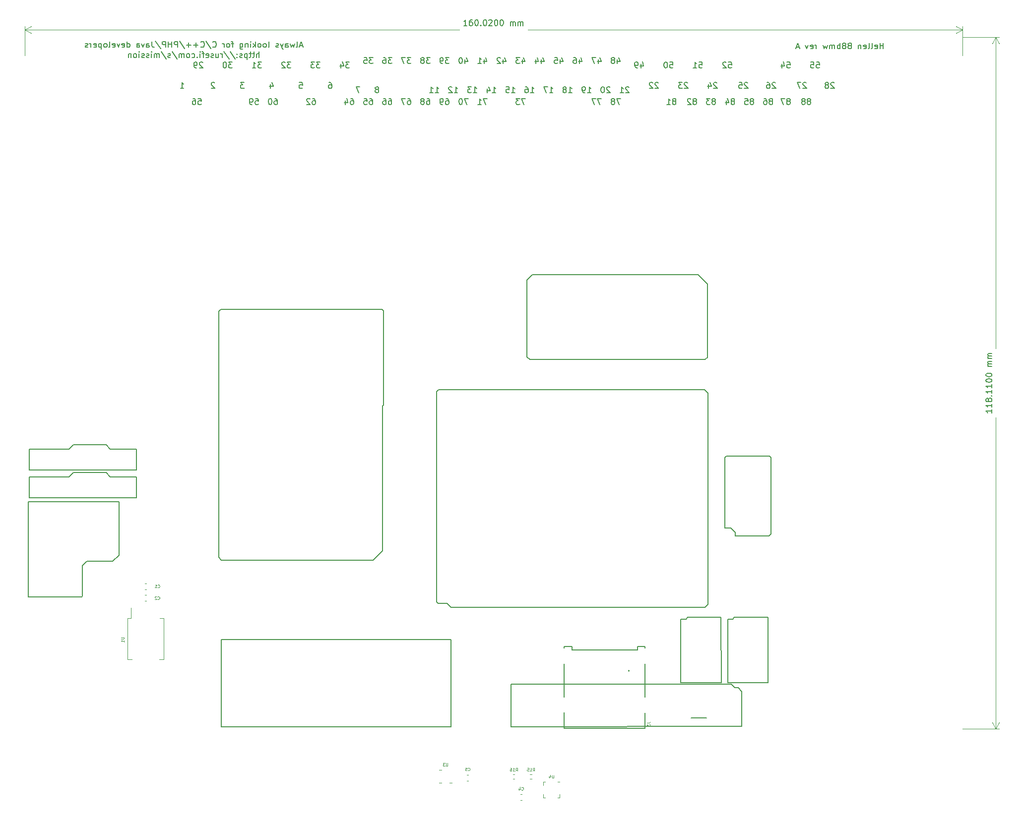
<source format=gbo>
G04 #@! TF.GenerationSoftware,KiCad,Pcbnew,(5.99.0-11164-g062c4fda62)*
G04 #@! TF.CreationDate,2021-07-14T15:35:42+03:00*
G04 #@! TF.ProjectId,hellen88bmw,68656c6c-656e-4383-9862-6d772e6b6963,rev?*
G04 #@! TF.SameCoordinates,PX3d1b110PY9269338*
G04 #@! TF.FileFunction,Legend,Bot*
G04 #@! TF.FilePolarity,Positive*
%FSLAX46Y46*%
G04 Gerber Fmt 4.6, Leading zero omitted, Abs format (unit mm)*
G04 Created by KiCad (PCBNEW (5.99.0-11164-g062c4fda62)) date 2021-07-14 15:35:42*
%MOMM*%
%LPD*%
G01*
G04 APERTURE LIST*
%ADD10C,0.150000*%
%ADD11C,0.120000*%
%ADD12C,0.070000*%
%ADD13C,0.200000*%
G04 APERTURE END LIST*
D10*
X32461714Y110225381D02*
X32414095Y110273000D01*
X32318857Y110320620D01*
X32080761Y110320620D01*
X31985523Y110273000D01*
X31937904Y110225381D01*
X31890285Y110130143D01*
X31890285Y110034905D01*
X31937904Y109892048D01*
X32509333Y109320620D01*
X31890285Y109320620D01*
X130164095Y113820620D02*
X130640285Y113820620D01*
X130687904Y113344429D01*
X130640285Y113392048D01*
X130545047Y113439667D01*
X130306952Y113439667D01*
X130211714Y113392048D01*
X130164095Y113344429D01*
X130116476Y113249191D01*
X130116476Y113011096D01*
X130164095Y112915858D01*
X130211714Y112868239D01*
X130306952Y112820620D01*
X130545047Y112820620D01*
X130640285Y112868239D01*
X130687904Y112915858D01*
X129259333Y113487286D02*
X129259333Y112820620D01*
X129497428Y113868239D02*
X129735523Y113153953D01*
X129116476Y113153953D01*
X91461714Y114237286D02*
X91461714Y113570620D01*
X91699809Y114618239D02*
X91937904Y113903953D01*
X91318857Y113903953D01*
X90461714Y114570620D02*
X90937904Y114570620D01*
X90985523Y114094429D01*
X90937904Y114142048D01*
X90842666Y114189667D01*
X90604571Y114189667D01*
X90509333Y114142048D01*
X90461714Y114094429D01*
X90414095Y113999191D01*
X90414095Y113761096D01*
X90461714Y113665858D01*
X90509333Y113618239D01*
X90604571Y113570620D01*
X90842666Y113570620D01*
X90937904Y113618239D01*
X90985523Y113665858D01*
X72485523Y114570620D02*
X71866476Y114570620D01*
X72199809Y114189667D01*
X72056952Y114189667D01*
X71961714Y114142048D01*
X71914095Y114094429D01*
X71866476Y113999191D01*
X71866476Y113761096D01*
X71914095Y113665858D01*
X71961714Y113618239D01*
X72056952Y113570620D01*
X72342666Y113570620D01*
X72437904Y113618239D01*
X72485523Y113665858D01*
X71390285Y113570620D02*
X71199809Y113570620D01*
X71104571Y113618239D01*
X71056952Y113665858D01*
X70961714Y113808715D01*
X70914095Y113999191D01*
X70914095Y114380143D01*
X70961714Y114475381D01*
X71009333Y114523000D01*
X71104571Y114570620D01*
X71295047Y114570620D01*
X71390285Y114523000D01*
X71437904Y114475381D01*
X71485523Y114380143D01*
X71485523Y114142048D01*
X71437904Y114046810D01*
X71390285Y113999191D01*
X71295047Y113951572D01*
X71104571Y113951572D01*
X71009333Y113999191D01*
X70961714Y114046810D01*
X70914095Y114142048D01*
X124247428Y107142048D02*
X124342666Y107189667D01*
X124390285Y107237286D01*
X124437904Y107332524D01*
X124437904Y107380143D01*
X124390285Y107475381D01*
X124342666Y107523000D01*
X124247428Y107570620D01*
X124056952Y107570620D01*
X123961714Y107523000D01*
X123914095Y107475381D01*
X123866476Y107380143D01*
X123866476Y107332524D01*
X123914095Y107237286D01*
X123961714Y107189667D01*
X124056952Y107142048D01*
X124247428Y107142048D01*
X124342666Y107094429D01*
X124390285Y107046810D01*
X124437904Y106951572D01*
X124437904Y106761096D01*
X124390285Y106665858D01*
X124342666Y106618239D01*
X124247428Y106570620D01*
X124056952Y106570620D01*
X123961714Y106618239D01*
X123914095Y106665858D01*
X123866476Y106761096D01*
X123866476Y106951572D01*
X123914095Y107046810D01*
X123961714Y107094429D01*
X124056952Y107142048D01*
X122961714Y107570620D02*
X123437904Y107570620D01*
X123485523Y107094429D01*
X123437904Y107142048D01*
X123342666Y107189667D01*
X123104571Y107189667D01*
X123009333Y107142048D01*
X122961714Y107094429D01*
X122914095Y106999191D01*
X122914095Y106761096D01*
X122961714Y106665858D01*
X123009333Y106618239D01*
X123104571Y106570620D01*
X123342666Y106570620D01*
X123437904Y106618239D01*
X123485523Y106665858D01*
X76616476Y108570620D02*
X77187904Y108570620D01*
X76902190Y108570620D02*
X76902190Y109570620D01*
X76997428Y109427762D01*
X77092666Y109332524D01*
X77187904Y109284905D01*
X76283142Y109570620D02*
X75664095Y109570620D01*
X75997428Y109189667D01*
X75854571Y109189667D01*
X75759333Y109142048D01*
X75711714Y109094429D01*
X75664095Y108999191D01*
X75664095Y108761096D01*
X75711714Y108665858D01*
X75759333Y108618239D01*
X75854571Y108570620D01*
X76140285Y108570620D01*
X76235523Y108618239D01*
X76283142Y108665858D01*
X29664095Y107570620D02*
X30140285Y107570620D01*
X30187904Y107094429D01*
X30140285Y107142048D01*
X30045047Y107189667D01*
X29806952Y107189667D01*
X29711714Y107142048D01*
X29664095Y107094429D01*
X29616476Y106999191D01*
X29616476Y106761096D01*
X29664095Y106665858D01*
X29711714Y106618239D01*
X29806952Y106570620D01*
X30045047Y106570620D01*
X30140285Y106618239D01*
X30187904Y106665858D01*
X28759333Y107570620D02*
X28949809Y107570620D01*
X29045047Y107523000D01*
X29092666Y107475381D01*
X29187904Y107332524D01*
X29235523Y107142048D01*
X29235523Y106761096D01*
X29187904Y106665858D01*
X29140285Y106618239D01*
X29045047Y106570620D01*
X28854571Y106570620D01*
X28759333Y106618239D01*
X28711714Y106665858D01*
X28664095Y106761096D01*
X28664095Y106999191D01*
X28711714Y107094429D01*
X28759333Y107142048D01*
X28854571Y107189667D01*
X29045047Y107189667D01*
X29140285Y107142048D01*
X29187904Y107094429D01*
X29235523Y106999191D01*
X138187904Y110225381D02*
X138140285Y110273000D01*
X138045047Y110320620D01*
X137806952Y110320620D01*
X137711714Y110273000D01*
X137664095Y110225381D01*
X137616476Y110130143D01*
X137616476Y110034905D01*
X137664095Y109892048D01*
X138235523Y109320620D01*
X137616476Y109320620D01*
X137045047Y109892048D02*
X137140285Y109939667D01*
X137187904Y109987286D01*
X137235523Y110082524D01*
X137235523Y110130143D01*
X137187904Y110225381D01*
X137140285Y110273000D01*
X137045047Y110320620D01*
X136854571Y110320620D01*
X136759333Y110273000D01*
X136711714Y110225381D01*
X136664095Y110130143D01*
X136664095Y110082524D01*
X136711714Y109987286D01*
X136759333Y109939667D01*
X136854571Y109892048D01*
X137045047Y109892048D01*
X137140285Y109844429D01*
X137187904Y109796810D01*
X137235523Y109701572D01*
X137235523Y109511096D01*
X137187904Y109415858D01*
X137140285Y109368239D01*
X137045047Y109320620D01*
X136854571Y109320620D01*
X136759333Y109368239D01*
X136711714Y109415858D01*
X136664095Y109511096D01*
X136664095Y109701572D01*
X136711714Y109796810D01*
X136759333Y109844429D01*
X136854571Y109892048D01*
X59485523Y114570620D02*
X58866476Y114570620D01*
X59199809Y114189667D01*
X59056952Y114189667D01*
X58961714Y114142048D01*
X58914095Y114094429D01*
X58866476Y113999191D01*
X58866476Y113761096D01*
X58914095Y113665858D01*
X58961714Y113618239D01*
X59056952Y113570620D01*
X59342666Y113570620D01*
X59437904Y113618239D01*
X59485523Y113665858D01*
X57961714Y114570620D02*
X58437904Y114570620D01*
X58485523Y114094429D01*
X58437904Y114142048D01*
X58342666Y114189667D01*
X58104571Y114189667D01*
X58009333Y114142048D01*
X57961714Y114094429D01*
X57914095Y113999191D01*
X57914095Y113761096D01*
X57961714Y113665858D01*
X58009333Y113618239D01*
X58104571Y113570620D01*
X58342666Y113570620D01*
X58437904Y113618239D01*
X58485523Y113665858D01*
X57259333Y109570620D02*
X56592666Y109570620D01*
X57021238Y108570620D01*
X130497428Y107142048D02*
X130592666Y107189667D01*
X130640285Y107237286D01*
X130687904Y107332524D01*
X130687904Y107380143D01*
X130640285Y107475381D01*
X130592666Y107523000D01*
X130497428Y107570620D01*
X130306952Y107570620D01*
X130211714Y107523000D01*
X130164095Y107475381D01*
X130116476Y107380143D01*
X130116476Y107332524D01*
X130164095Y107237286D01*
X130211714Y107189667D01*
X130306952Y107142048D01*
X130497428Y107142048D01*
X130592666Y107094429D01*
X130640285Y107046810D01*
X130687904Y106951572D01*
X130687904Y106761096D01*
X130640285Y106665858D01*
X130592666Y106618239D01*
X130497428Y106570620D01*
X130306952Y106570620D01*
X130211714Y106618239D01*
X130164095Y106665858D01*
X130116476Y106761096D01*
X130116476Y106951572D01*
X130164095Y107046810D01*
X130211714Y107094429D01*
X130306952Y107142048D01*
X129783142Y107570620D02*
X129116476Y107570620D01*
X129545047Y106570620D01*
X45485523Y113820620D02*
X44866476Y113820620D01*
X45199809Y113439667D01*
X45056952Y113439667D01*
X44961714Y113392048D01*
X44914095Y113344429D01*
X44866476Y113249191D01*
X44866476Y113011096D01*
X44914095Y112915858D01*
X44961714Y112868239D01*
X45056952Y112820620D01*
X45342666Y112820620D01*
X45437904Y112868239D01*
X45485523Y112915858D01*
X44485523Y113725381D02*
X44437904Y113773000D01*
X44342666Y113820620D01*
X44104571Y113820620D01*
X44009333Y113773000D01*
X43961714Y113725381D01*
X43914095Y113630143D01*
X43914095Y113534905D01*
X43961714Y113392048D01*
X44533142Y112820620D01*
X43914095Y112820620D01*
X120997428Y107142048D02*
X121092666Y107189667D01*
X121140285Y107237286D01*
X121187904Y107332524D01*
X121187904Y107380143D01*
X121140285Y107475381D01*
X121092666Y107523000D01*
X120997428Y107570620D01*
X120806952Y107570620D01*
X120711714Y107523000D01*
X120664095Y107475381D01*
X120616476Y107380143D01*
X120616476Y107332524D01*
X120664095Y107237286D01*
X120711714Y107189667D01*
X120806952Y107142048D01*
X120997428Y107142048D01*
X121092666Y107094429D01*
X121140285Y107046810D01*
X121187904Y106951572D01*
X121187904Y106761096D01*
X121140285Y106665858D01*
X121092666Y106618239D01*
X120997428Y106570620D01*
X120806952Y106570620D01*
X120711714Y106618239D01*
X120664095Y106665858D01*
X120616476Y106761096D01*
X120616476Y106951572D01*
X120664095Y107046810D01*
X120711714Y107094429D01*
X120806952Y107142048D01*
X119759333Y107237286D02*
X119759333Y106570620D01*
X119997428Y107618239D02*
X120235523Y106903953D01*
X119616476Y106903953D01*
X69235523Y114570620D02*
X68616476Y114570620D01*
X68949809Y114189667D01*
X68806952Y114189667D01*
X68711714Y114142048D01*
X68664095Y114094429D01*
X68616476Y113999191D01*
X68616476Y113761096D01*
X68664095Y113665858D01*
X68711714Y113618239D01*
X68806952Y113570620D01*
X69092666Y113570620D01*
X69187904Y113618239D01*
X69235523Y113665858D01*
X68045047Y114142048D02*
X68140285Y114189667D01*
X68187904Y114237286D01*
X68235523Y114332524D01*
X68235523Y114380143D01*
X68187904Y114475381D01*
X68140285Y114523000D01*
X68045047Y114570620D01*
X67854571Y114570620D01*
X67759333Y114523000D01*
X67711714Y114475381D01*
X67664095Y114380143D01*
X67664095Y114332524D01*
X67711714Y114237286D01*
X67759333Y114189667D01*
X67854571Y114142048D01*
X68045047Y114142048D01*
X68140285Y114094429D01*
X68187904Y114046810D01*
X68235523Y113951572D01*
X68235523Y113761096D01*
X68187904Y113665858D01*
X68140285Y113618239D01*
X68045047Y113570620D01*
X67854571Y113570620D01*
X67759333Y113618239D01*
X67711714Y113665858D01*
X67664095Y113761096D01*
X67664095Y113951572D01*
X67711714Y114046810D01*
X67759333Y114094429D01*
X67854571Y114142048D01*
X39414095Y107570620D02*
X39890285Y107570620D01*
X39937904Y107094429D01*
X39890285Y107142048D01*
X39795047Y107189667D01*
X39556952Y107189667D01*
X39461714Y107142048D01*
X39414095Y107094429D01*
X39366476Y106999191D01*
X39366476Y106761096D01*
X39414095Y106665858D01*
X39461714Y106618239D01*
X39556952Y106570620D01*
X39795047Y106570620D01*
X39890285Y106618239D01*
X39937904Y106665858D01*
X38890285Y106570620D02*
X38699809Y106570620D01*
X38604571Y106618239D01*
X38556952Y106665858D01*
X38461714Y106808715D01*
X38414095Y106999191D01*
X38414095Y107380143D01*
X38461714Y107475381D01*
X38509333Y107523000D01*
X38604571Y107570620D01*
X38795047Y107570620D01*
X38890285Y107523000D01*
X38937904Y107475381D01*
X38985523Y107380143D01*
X38985523Y107142048D01*
X38937904Y107046810D01*
X38890285Y106999191D01*
X38795047Y106951572D01*
X38604571Y106951572D01*
X38509333Y106999191D01*
X38461714Y107046810D01*
X38414095Y107142048D01*
X50485523Y113820620D02*
X49866476Y113820620D01*
X50199809Y113439667D01*
X50056952Y113439667D01*
X49961714Y113392048D01*
X49914095Y113344429D01*
X49866476Y113249191D01*
X49866476Y113011096D01*
X49914095Y112915858D01*
X49961714Y112868239D01*
X50056952Y112820620D01*
X50342666Y112820620D01*
X50437904Y112868239D01*
X50485523Y112915858D01*
X49533142Y113820620D02*
X48914095Y113820620D01*
X49247428Y113439667D01*
X49104571Y113439667D01*
X49009333Y113392048D01*
X48961714Y113344429D01*
X48914095Y113249191D01*
X48914095Y113011096D01*
X48961714Y112915858D01*
X49009333Y112868239D01*
X49104571Y112820620D01*
X49390285Y112820620D01*
X49485523Y112868239D01*
X49533142Y112915858D01*
X146580761Y116070620D02*
X146580761Y117070620D01*
X146580761Y116594429D02*
X146009333Y116594429D01*
X146009333Y116070620D02*
X146009333Y117070620D01*
X145152190Y116118239D02*
X145247428Y116070620D01*
X145437904Y116070620D01*
X145533142Y116118239D01*
X145580761Y116213477D01*
X145580761Y116594429D01*
X145533142Y116689667D01*
X145437904Y116737286D01*
X145247428Y116737286D01*
X145152190Y116689667D01*
X145104571Y116594429D01*
X145104571Y116499191D01*
X145580761Y116403953D01*
X144533142Y116070620D02*
X144628380Y116118239D01*
X144676000Y116213477D01*
X144676000Y117070620D01*
X144009333Y116070620D02*
X144104571Y116118239D01*
X144152190Y116213477D01*
X144152190Y117070620D01*
X143247428Y116118239D02*
X143342666Y116070620D01*
X143533142Y116070620D01*
X143628380Y116118239D01*
X143676000Y116213477D01*
X143676000Y116594429D01*
X143628380Y116689667D01*
X143533142Y116737286D01*
X143342666Y116737286D01*
X143247428Y116689667D01*
X143199809Y116594429D01*
X143199809Y116499191D01*
X143676000Y116403953D01*
X142771238Y116737286D02*
X142771238Y116070620D01*
X142771238Y116642048D02*
X142723619Y116689667D01*
X142628380Y116737286D01*
X142485523Y116737286D01*
X142390285Y116689667D01*
X142342666Y116594429D01*
X142342666Y116070620D01*
X140961714Y116642048D02*
X141056952Y116689667D01*
X141104571Y116737286D01*
X141152190Y116832524D01*
X141152190Y116880143D01*
X141104571Y116975381D01*
X141056952Y117023000D01*
X140961714Y117070620D01*
X140771238Y117070620D01*
X140676000Y117023000D01*
X140628380Y116975381D01*
X140580761Y116880143D01*
X140580761Y116832524D01*
X140628380Y116737286D01*
X140676000Y116689667D01*
X140771238Y116642048D01*
X140961714Y116642048D01*
X141056952Y116594429D01*
X141104571Y116546810D01*
X141152190Y116451572D01*
X141152190Y116261096D01*
X141104571Y116165858D01*
X141056952Y116118239D01*
X140961714Y116070620D01*
X140771238Y116070620D01*
X140676000Y116118239D01*
X140628380Y116165858D01*
X140580761Y116261096D01*
X140580761Y116451572D01*
X140628380Y116546810D01*
X140676000Y116594429D01*
X140771238Y116642048D01*
X140009333Y116642048D02*
X140104571Y116689667D01*
X140152190Y116737286D01*
X140199809Y116832524D01*
X140199809Y116880143D01*
X140152190Y116975381D01*
X140104571Y117023000D01*
X140009333Y117070620D01*
X139818857Y117070620D01*
X139723619Y117023000D01*
X139676000Y116975381D01*
X139628380Y116880143D01*
X139628380Y116832524D01*
X139676000Y116737286D01*
X139723619Y116689667D01*
X139818857Y116642048D01*
X140009333Y116642048D01*
X140104571Y116594429D01*
X140152190Y116546810D01*
X140199809Y116451572D01*
X140199809Y116261096D01*
X140152190Y116165858D01*
X140104571Y116118239D01*
X140009333Y116070620D01*
X139818857Y116070620D01*
X139723619Y116118239D01*
X139676000Y116165858D01*
X139628380Y116261096D01*
X139628380Y116451572D01*
X139676000Y116546810D01*
X139723619Y116594429D01*
X139818857Y116642048D01*
X139199809Y116070620D02*
X139199809Y117070620D01*
X139199809Y116689667D02*
X139104571Y116737286D01*
X138914095Y116737286D01*
X138818857Y116689667D01*
X138771238Y116642048D01*
X138723619Y116546810D01*
X138723619Y116261096D01*
X138771238Y116165858D01*
X138818857Y116118239D01*
X138914095Y116070620D01*
X139104571Y116070620D01*
X139199809Y116118239D01*
X138295047Y116070620D02*
X138295047Y116737286D01*
X138295047Y116642048D02*
X138247428Y116689667D01*
X138152190Y116737286D01*
X138009333Y116737286D01*
X137914095Y116689667D01*
X137866476Y116594429D01*
X137866476Y116070620D01*
X137866476Y116594429D02*
X137818857Y116689667D01*
X137723619Y116737286D01*
X137580761Y116737286D01*
X137485523Y116689667D01*
X137437904Y116594429D01*
X137437904Y116070620D01*
X137056952Y116737286D02*
X136866476Y116070620D01*
X136676000Y116546810D01*
X136485523Y116070620D01*
X136295047Y116737286D01*
X135152190Y116070620D02*
X135152190Y116737286D01*
X135152190Y116546810D02*
X135104571Y116642048D01*
X135056952Y116689667D01*
X134961714Y116737286D01*
X134866476Y116737286D01*
X134152190Y116118239D02*
X134247428Y116070620D01*
X134437904Y116070620D01*
X134533142Y116118239D01*
X134580761Y116213477D01*
X134580761Y116594429D01*
X134533142Y116689667D01*
X134437904Y116737286D01*
X134247428Y116737286D01*
X134152190Y116689667D01*
X134104571Y116594429D01*
X134104571Y116499191D01*
X134580761Y116403953D01*
X133771238Y116737286D02*
X133533142Y116070620D01*
X133295047Y116737286D01*
X132199809Y116356334D02*
X131723619Y116356334D01*
X132295047Y116070620D02*
X131961714Y117070620D01*
X131628380Y116070620D01*
X94711714Y114237286D02*
X94711714Y113570620D01*
X94949809Y114618239D02*
X95187904Y113903953D01*
X94568857Y113903953D01*
X93759333Y114570620D02*
X93949809Y114570620D01*
X94045047Y114523000D01*
X94092666Y114475381D01*
X94187904Y114332524D01*
X94235523Y114142048D01*
X94235523Y113761096D01*
X94187904Y113665858D01*
X94140285Y113618239D01*
X94045047Y113570620D01*
X93854571Y113570620D01*
X93759333Y113618239D01*
X93711714Y113665858D01*
X93664095Y113761096D01*
X93664095Y113999191D01*
X93711714Y114094429D01*
X93759333Y114142048D01*
X93854571Y114189667D01*
X94045047Y114189667D01*
X94140285Y114142048D01*
X94187904Y114094429D01*
X94235523Y113999191D01*
X30437904Y113725381D02*
X30390285Y113773000D01*
X30295047Y113820620D01*
X30056952Y113820620D01*
X29961714Y113773000D01*
X29914095Y113725381D01*
X29866476Y113630143D01*
X29866476Y113534905D01*
X29914095Y113392048D01*
X30485523Y112820620D01*
X29866476Y112820620D01*
X29390285Y112820620D02*
X29199809Y112820620D01*
X29104571Y112868239D01*
X29056952Y112915858D01*
X28961714Y113058715D01*
X28914095Y113249191D01*
X28914095Y113630143D01*
X28961714Y113725381D01*
X29009333Y113773000D01*
X29104571Y113820620D01*
X29295047Y113820620D01*
X29390285Y113773000D01*
X29437904Y113725381D01*
X29485523Y113630143D01*
X29485523Y113392048D01*
X29437904Y113296810D01*
X29390285Y113249191D01*
X29295047Y113201572D01*
X29104571Y113201572D01*
X29009333Y113249191D01*
X28961714Y113296810D01*
X28914095Y113392048D01*
X65461714Y107570620D02*
X65652190Y107570620D01*
X65747428Y107523000D01*
X65795047Y107475381D01*
X65890285Y107332524D01*
X65937904Y107142048D01*
X65937904Y106761096D01*
X65890285Y106665858D01*
X65842666Y106618239D01*
X65747428Y106570620D01*
X65556952Y106570620D01*
X65461714Y106618239D01*
X65414095Y106665858D01*
X65366476Y106761096D01*
X65366476Y106999191D01*
X65414095Y107094429D01*
X65461714Y107142048D01*
X65556952Y107189667D01*
X65747428Y107189667D01*
X65842666Y107142048D01*
X65890285Y107094429D01*
X65937904Y106999191D01*
X65033142Y107570620D02*
X64366476Y107570620D01*
X64795047Y106570620D01*
X47473619Y116606334D02*
X46997428Y116606334D01*
X47568857Y116320620D02*
X47235523Y117320620D01*
X46902190Y116320620D01*
X46426000Y116320620D02*
X46521238Y116368239D01*
X46568857Y116463477D01*
X46568857Y117320620D01*
X46140285Y116987286D02*
X45949809Y116320620D01*
X45759333Y116796810D01*
X45568857Y116320620D01*
X45378380Y116987286D01*
X44568857Y116320620D02*
X44568857Y116844429D01*
X44616476Y116939667D01*
X44711714Y116987286D01*
X44902190Y116987286D01*
X44997428Y116939667D01*
X44568857Y116368239D02*
X44664095Y116320620D01*
X44902190Y116320620D01*
X44997428Y116368239D01*
X45045047Y116463477D01*
X45045047Y116558715D01*
X44997428Y116653953D01*
X44902190Y116701572D01*
X44664095Y116701572D01*
X44568857Y116749191D01*
X44187904Y116987286D02*
X43949809Y116320620D01*
X43711714Y116987286D02*
X43949809Y116320620D01*
X44045047Y116082524D01*
X44092666Y116034905D01*
X44187904Y115987286D01*
X43378380Y116368239D02*
X43283142Y116320620D01*
X43092666Y116320620D01*
X42997428Y116368239D01*
X42949809Y116463477D01*
X42949809Y116511096D01*
X42997428Y116606334D01*
X43092666Y116653953D01*
X43235523Y116653953D01*
X43330761Y116701572D01*
X43378380Y116796810D01*
X43378380Y116844429D01*
X43330761Y116939667D01*
X43235523Y116987286D01*
X43092666Y116987286D01*
X42997428Y116939667D01*
X41616476Y116320620D02*
X41711714Y116368239D01*
X41759333Y116463477D01*
X41759333Y117320620D01*
X41092666Y116320620D02*
X41187904Y116368239D01*
X41235523Y116415858D01*
X41283142Y116511096D01*
X41283142Y116796810D01*
X41235523Y116892048D01*
X41187904Y116939667D01*
X41092666Y116987286D01*
X40949809Y116987286D01*
X40854571Y116939667D01*
X40806952Y116892048D01*
X40759333Y116796810D01*
X40759333Y116511096D01*
X40806952Y116415858D01*
X40854571Y116368239D01*
X40949809Y116320620D01*
X41092666Y116320620D01*
X40187904Y116320620D02*
X40283142Y116368239D01*
X40330761Y116415858D01*
X40378380Y116511096D01*
X40378380Y116796810D01*
X40330761Y116892048D01*
X40283142Y116939667D01*
X40187904Y116987286D01*
X40045047Y116987286D01*
X39949809Y116939667D01*
X39902190Y116892048D01*
X39854571Y116796810D01*
X39854571Y116511096D01*
X39902190Y116415858D01*
X39949809Y116368239D01*
X40045047Y116320620D01*
X40187904Y116320620D01*
X39426000Y116320620D02*
X39426000Y117320620D01*
X39330761Y116701572D02*
X39045047Y116320620D01*
X39045047Y116987286D02*
X39426000Y116606334D01*
X38616476Y116320620D02*
X38616476Y116987286D01*
X38616476Y117320620D02*
X38664095Y117273000D01*
X38616476Y117225381D01*
X38568857Y117273000D01*
X38616476Y117320620D01*
X38616476Y117225381D01*
X38140285Y116987286D02*
X38140285Y116320620D01*
X38140285Y116892048D02*
X38092666Y116939667D01*
X37997428Y116987286D01*
X37854571Y116987286D01*
X37759333Y116939667D01*
X37711714Y116844429D01*
X37711714Y116320620D01*
X36806952Y116987286D02*
X36806952Y116177762D01*
X36854571Y116082524D01*
X36902190Y116034905D01*
X36997428Y115987286D01*
X37140285Y115987286D01*
X37235523Y116034905D01*
X36806952Y116368239D02*
X36902190Y116320620D01*
X37092666Y116320620D01*
X37187904Y116368239D01*
X37235523Y116415858D01*
X37283142Y116511096D01*
X37283142Y116796810D01*
X37235523Y116892048D01*
X37187904Y116939667D01*
X37092666Y116987286D01*
X36902190Y116987286D01*
X36806952Y116939667D01*
X35711714Y116987286D02*
X35330761Y116987286D01*
X35568857Y116320620D02*
X35568857Y117177762D01*
X35521238Y117273000D01*
X35426000Y117320620D01*
X35330761Y117320620D01*
X34854571Y116320620D02*
X34949809Y116368239D01*
X34997428Y116415858D01*
X35045047Y116511096D01*
X35045047Y116796810D01*
X34997428Y116892048D01*
X34949809Y116939667D01*
X34854571Y116987286D01*
X34711714Y116987286D01*
X34616476Y116939667D01*
X34568857Y116892048D01*
X34521238Y116796810D01*
X34521238Y116511096D01*
X34568857Y116415858D01*
X34616476Y116368239D01*
X34711714Y116320620D01*
X34854571Y116320620D01*
X34092666Y116320620D02*
X34092666Y116987286D01*
X34092666Y116796810D02*
X34045047Y116892048D01*
X33997428Y116939667D01*
X33902190Y116987286D01*
X33806952Y116987286D01*
X32140285Y116415858D02*
X32187904Y116368239D01*
X32330761Y116320620D01*
X32426000Y116320620D01*
X32568857Y116368239D01*
X32664095Y116463477D01*
X32711714Y116558715D01*
X32759333Y116749191D01*
X32759333Y116892048D01*
X32711714Y117082524D01*
X32664095Y117177762D01*
X32568857Y117273000D01*
X32426000Y117320620D01*
X32330761Y117320620D01*
X32187904Y117273000D01*
X32140285Y117225381D01*
X30997428Y117368239D02*
X31854571Y116082524D01*
X30092666Y116415858D02*
X30140285Y116368239D01*
X30283142Y116320620D01*
X30378380Y116320620D01*
X30521238Y116368239D01*
X30616476Y116463477D01*
X30664095Y116558715D01*
X30711714Y116749191D01*
X30711714Y116892048D01*
X30664095Y117082524D01*
X30616476Y117177762D01*
X30521238Y117273000D01*
X30378380Y117320620D01*
X30283142Y117320620D01*
X30140285Y117273000D01*
X30092666Y117225381D01*
X29664095Y116701572D02*
X28902190Y116701572D01*
X29283142Y116320620D02*
X29283142Y117082524D01*
X28426000Y116701572D02*
X27664095Y116701572D01*
X28045047Y116320620D02*
X28045047Y117082524D01*
X26473619Y117368239D02*
X27330761Y116082524D01*
X26140285Y116320620D02*
X26140285Y117320620D01*
X25759333Y117320620D01*
X25664095Y117273000D01*
X25616476Y117225381D01*
X25568857Y117130143D01*
X25568857Y116987286D01*
X25616476Y116892048D01*
X25664095Y116844429D01*
X25759333Y116796810D01*
X26140285Y116796810D01*
X25140285Y116320620D02*
X25140285Y117320620D01*
X25140285Y116844429D02*
X24568857Y116844429D01*
X24568857Y116320620D02*
X24568857Y117320620D01*
X24092666Y116320620D02*
X24092666Y117320620D01*
X23711714Y117320620D01*
X23616476Y117273000D01*
X23568857Y117225381D01*
X23521238Y117130143D01*
X23521238Y116987286D01*
X23568857Y116892048D01*
X23616476Y116844429D01*
X23711714Y116796810D01*
X24092666Y116796810D01*
X22378380Y117368239D02*
X23235523Y116082524D01*
X21759333Y117320620D02*
X21759333Y116606334D01*
X21806952Y116463477D01*
X21902190Y116368239D01*
X22045047Y116320620D01*
X22140285Y116320620D01*
X20854571Y116320620D02*
X20854571Y116844429D01*
X20902190Y116939667D01*
X20997428Y116987286D01*
X21187904Y116987286D01*
X21283142Y116939667D01*
X20854571Y116368239D02*
X20949809Y116320620D01*
X21187904Y116320620D01*
X21283142Y116368239D01*
X21330761Y116463477D01*
X21330761Y116558715D01*
X21283142Y116653953D01*
X21187904Y116701572D01*
X20949809Y116701572D01*
X20854571Y116749191D01*
X20473619Y116987286D02*
X20235523Y116320620D01*
X19997428Y116987286D01*
X19187904Y116320620D02*
X19187904Y116844429D01*
X19235523Y116939667D01*
X19330761Y116987286D01*
X19521238Y116987286D01*
X19616476Y116939667D01*
X19187904Y116368239D02*
X19283142Y116320620D01*
X19521238Y116320620D01*
X19616476Y116368239D01*
X19664095Y116463477D01*
X19664095Y116558715D01*
X19616476Y116653953D01*
X19521238Y116701572D01*
X19283142Y116701572D01*
X19187904Y116749191D01*
X17521238Y116320620D02*
X17521238Y117320620D01*
X17521238Y116368239D02*
X17616476Y116320620D01*
X17806952Y116320620D01*
X17902190Y116368239D01*
X17949809Y116415858D01*
X17997428Y116511096D01*
X17997428Y116796810D01*
X17949809Y116892048D01*
X17902190Y116939667D01*
X17806952Y116987286D01*
X17616476Y116987286D01*
X17521238Y116939667D01*
X16664095Y116368239D02*
X16759333Y116320620D01*
X16949809Y116320620D01*
X17045047Y116368239D01*
X17092666Y116463477D01*
X17092666Y116844429D01*
X17045047Y116939667D01*
X16949809Y116987286D01*
X16759333Y116987286D01*
X16664095Y116939667D01*
X16616476Y116844429D01*
X16616476Y116749191D01*
X17092666Y116653953D01*
X16283142Y116987286D02*
X16045047Y116320620D01*
X15806952Y116987286D01*
X15045047Y116368239D02*
X15140285Y116320620D01*
X15330761Y116320620D01*
X15426000Y116368239D01*
X15473619Y116463477D01*
X15473619Y116844429D01*
X15426000Y116939667D01*
X15330761Y116987286D01*
X15140285Y116987286D01*
X15045047Y116939667D01*
X14997428Y116844429D01*
X14997428Y116749191D01*
X15473619Y116653953D01*
X14426000Y116320620D02*
X14521238Y116368239D01*
X14568857Y116463477D01*
X14568857Y117320620D01*
X13902190Y116320620D02*
X13997428Y116368239D01*
X14045047Y116415858D01*
X14092666Y116511096D01*
X14092666Y116796810D01*
X14045047Y116892048D01*
X13997428Y116939667D01*
X13902190Y116987286D01*
X13759333Y116987286D01*
X13664095Y116939667D01*
X13616476Y116892048D01*
X13568857Y116796810D01*
X13568857Y116511096D01*
X13616476Y116415858D01*
X13664095Y116368239D01*
X13759333Y116320620D01*
X13902190Y116320620D01*
X13140285Y116987286D02*
X13140285Y115987286D01*
X13140285Y116939667D02*
X13045047Y116987286D01*
X12854571Y116987286D01*
X12759333Y116939667D01*
X12711714Y116892048D01*
X12664095Y116796810D01*
X12664095Y116511096D01*
X12711714Y116415858D01*
X12759333Y116368239D01*
X12854571Y116320620D01*
X13045047Y116320620D01*
X13140285Y116368239D01*
X11854571Y116368239D02*
X11949809Y116320620D01*
X12140285Y116320620D01*
X12235523Y116368239D01*
X12283142Y116463477D01*
X12283142Y116844429D01*
X12235523Y116939667D01*
X12140285Y116987286D01*
X11949809Y116987286D01*
X11854571Y116939667D01*
X11806952Y116844429D01*
X11806952Y116749191D01*
X12283142Y116653953D01*
X11378380Y116320620D02*
X11378380Y116987286D01*
X11378380Y116796810D02*
X11330761Y116892048D01*
X11283142Y116939667D01*
X11187904Y116987286D01*
X11092666Y116987286D01*
X10806952Y116368239D02*
X10711714Y116320620D01*
X10521238Y116320620D01*
X10426000Y116368239D01*
X10378380Y116463477D01*
X10378380Y116511096D01*
X10426000Y116606334D01*
X10521238Y116653953D01*
X10664095Y116653953D01*
X10759333Y116701572D01*
X10806952Y116796810D01*
X10806952Y116844429D01*
X10759333Y116939667D01*
X10664095Y116987286D01*
X10521238Y116987286D01*
X10426000Y116939667D01*
X86366476Y108570620D02*
X86937904Y108570620D01*
X86652190Y108570620D02*
X86652190Y109570620D01*
X86747428Y109427762D01*
X86842666Y109332524D01*
X86937904Y109284905D01*
X85509333Y109570620D02*
X85699809Y109570620D01*
X85795047Y109523000D01*
X85842666Y109475381D01*
X85937904Y109332524D01*
X85985523Y109142048D01*
X85985523Y108761096D01*
X85937904Y108665858D01*
X85890285Y108618239D01*
X85795047Y108570620D01*
X85604571Y108570620D01*
X85509333Y108618239D01*
X85461714Y108665858D01*
X85414095Y108761096D01*
X85414095Y108999191D01*
X85461714Y109094429D01*
X85509333Y109142048D01*
X85604571Y109189667D01*
X85795047Y109189667D01*
X85890285Y109142048D01*
X85937904Y109094429D01*
X85985523Y108999191D01*
X88211714Y114237286D02*
X88211714Y113570620D01*
X88449809Y114618239D02*
X88687904Y113903953D01*
X88068857Y113903953D01*
X87259333Y114237286D02*
X87259333Y113570620D01*
X87497428Y114618239D02*
X87735523Y113903953D01*
X87116476Y113903953D01*
X92866476Y108570620D02*
X93437904Y108570620D01*
X93152190Y108570620D02*
X93152190Y109570620D01*
X93247428Y109427762D01*
X93342666Y109332524D01*
X93437904Y109284905D01*
X92295047Y109142048D02*
X92390285Y109189667D01*
X92437904Y109237286D01*
X92485523Y109332524D01*
X92485523Y109380143D01*
X92437904Y109475381D01*
X92390285Y109523000D01*
X92295047Y109570620D01*
X92104571Y109570620D01*
X92009333Y109523000D01*
X91961714Y109475381D01*
X91914095Y109380143D01*
X91914095Y109332524D01*
X91961714Y109237286D01*
X92009333Y109189667D01*
X92104571Y109142048D01*
X92295047Y109142048D01*
X92390285Y109094429D01*
X92437904Y109046810D01*
X92485523Y108951572D01*
X92485523Y108761096D01*
X92437904Y108665858D01*
X92390285Y108618239D01*
X92295047Y108570620D01*
X92104571Y108570620D01*
X92009333Y108618239D01*
X91961714Y108665858D01*
X91914095Y108761096D01*
X91914095Y108951572D01*
X91961714Y109046810D01*
X92009333Y109094429D01*
X92104571Y109142048D01*
X60271238Y109142048D02*
X60366476Y109189667D01*
X60414095Y109237286D01*
X60461714Y109332524D01*
X60461714Y109380143D01*
X60414095Y109475381D01*
X60366476Y109523000D01*
X60271238Y109570620D01*
X60080761Y109570620D01*
X59985523Y109523000D01*
X59937904Y109475381D01*
X59890285Y109380143D01*
X59890285Y109332524D01*
X59937904Y109237286D01*
X59985523Y109189667D01*
X60080761Y109142048D01*
X60271238Y109142048D01*
X60366476Y109094429D01*
X60414095Y109046810D01*
X60461714Y108951572D01*
X60461714Y108761096D01*
X60414095Y108665858D01*
X60366476Y108618239D01*
X60271238Y108570620D01*
X60080761Y108570620D01*
X59985523Y108618239D01*
X59937904Y108665858D01*
X59890285Y108761096D01*
X59890285Y108951572D01*
X59937904Y109046810D01*
X59985523Y109094429D01*
X60080761Y109142048D01*
X42711714Y107570620D02*
X42902190Y107570620D01*
X42997428Y107523000D01*
X43045047Y107475381D01*
X43140285Y107332524D01*
X43187904Y107142048D01*
X43187904Y106761096D01*
X43140285Y106665858D01*
X43092666Y106618239D01*
X42997428Y106570620D01*
X42806952Y106570620D01*
X42711714Y106618239D01*
X42664095Y106665858D01*
X42616476Y106761096D01*
X42616476Y106999191D01*
X42664095Y107094429D01*
X42711714Y107142048D01*
X42806952Y107189667D01*
X42997428Y107189667D01*
X43092666Y107142048D01*
X43140285Y107094429D01*
X43187904Y106999191D01*
X41997428Y107570620D02*
X41902190Y107570620D01*
X41806952Y107523000D01*
X41759333Y107475381D01*
X41711714Y107380143D01*
X41664095Y107189667D01*
X41664095Y106951572D01*
X41711714Y106761096D01*
X41759333Y106665858D01*
X41806952Y106618239D01*
X41902190Y106570620D01*
X41997428Y106570620D01*
X42092666Y106618239D01*
X42140285Y106665858D01*
X42187904Y106761096D01*
X42235523Y106951572D01*
X42235523Y107189667D01*
X42187904Y107380143D01*
X42140285Y107475381D01*
X42092666Y107523000D01*
X41997428Y107570620D01*
X46937904Y110320620D02*
X47414095Y110320620D01*
X47461714Y109844429D01*
X47414095Y109892048D01*
X47318857Y109939667D01*
X47080761Y109939667D01*
X46985523Y109892048D01*
X46937904Y109844429D01*
X46890285Y109749191D01*
X46890285Y109511096D01*
X46937904Y109415858D01*
X46985523Y109368239D01*
X47080761Y109320620D01*
X47318857Y109320620D01*
X47414095Y109368239D01*
X47461714Y109415858D01*
X75211714Y114237286D02*
X75211714Y113570620D01*
X75449809Y114618239D02*
X75687904Y113903953D01*
X75068857Y113903953D01*
X74497428Y114570620D02*
X74402190Y114570620D01*
X74306952Y114523000D01*
X74259333Y114475381D01*
X74211714Y114380143D01*
X74164095Y114189667D01*
X74164095Y113951572D01*
X74211714Y113761096D01*
X74259333Y113665858D01*
X74306952Y113618239D01*
X74402190Y113570620D01*
X74497428Y113570620D01*
X74592666Y113618239D01*
X74640285Y113665858D01*
X74687904Y113761096D01*
X74735523Y113951572D01*
X74735523Y114189667D01*
X74687904Y114380143D01*
X74640285Y114475381D01*
X74592666Y114523000D01*
X74497428Y114570620D01*
X123437904Y110225381D02*
X123390285Y110273000D01*
X123295047Y110320620D01*
X123056952Y110320620D01*
X122961714Y110273000D01*
X122914095Y110225381D01*
X122866476Y110130143D01*
X122866476Y110034905D01*
X122914095Y109892048D01*
X123485523Y109320620D01*
X122866476Y109320620D01*
X121961714Y110320620D02*
X122437904Y110320620D01*
X122485523Y109844429D01*
X122437904Y109892048D01*
X122342666Y109939667D01*
X122104571Y109939667D01*
X122009333Y109892048D01*
X121961714Y109844429D01*
X121914095Y109749191D01*
X121914095Y109511096D01*
X121961714Y109415858D01*
X122009333Y109368239D01*
X122104571Y109320620D01*
X122342666Y109320620D01*
X122437904Y109368239D01*
X122485523Y109415858D01*
X55711714Y107570620D02*
X55902190Y107570620D01*
X55997428Y107523000D01*
X56045047Y107475381D01*
X56140285Y107332524D01*
X56187904Y107142048D01*
X56187904Y106761096D01*
X56140285Y106665858D01*
X56092666Y106618239D01*
X55997428Y106570620D01*
X55806952Y106570620D01*
X55711714Y106618239D01*
X55664095Y106665858D01*
X55616476Y106761096D01*
X55616476Y106999191D01*
X55664095Y107094429D01*
X55711714Y107142048D01*
X55806952Y107189667D01*
X55997428Y107189667D01*
X56092666Y107142048D01*
X56140285Y107094429D01*
X56187904Y106999191D01*
X54759333Y107237286D02*
X54759333Y106570620D01*
X54997428Y107618239D02*
X55235523Y106903953D01*
X54616476Y106903953D01*
X83116476Y108570620D02*
X83687904Y108570620D01*
X83402190Y108570620D02*
X83402190Y109570620D01*
X83497428Y109427762D01*
X83592666Y109332524D01*
X83687904Y109284905D01*
X82211714Y109570620D02*
X82687904Y109570620D01*
X82735523Y109094429D01*
X82687904Y109142048D01*
X82592666Y109189667D01*
X82354571Y109189667D01*
X82259333Y109142048D01*
X82211714Y109094429D01*
X82164095Y108999191D01*
X82164095Y108761096D01*
X82211714Y108665858D01*
X82259333Y108618239D01*
X82354571Y108570620D01*
X82592666Y108570620D01*
X82687904Y108618239D01*
X82735523Y108665858D01*
X110997428Y107142048D02*
X111092666Y107189667D01*
X111140285Y107237286D01*
X111187904Y107332524D01*
X111187904Y107380143D01*
X111140285Y107475381D01*
X111092666Y107523000D01*
X110997428Y107570620D01*
X110806952Y107570620D01*
X110711714Y107523000D01*
X110664095Y107475381D01*
X110616476Y107380143D01*
X110616476Y107332524D01*
X110664095Y107237286D01*
X110711714Y107189667D01*
X110806952Y107142048D01*
X110997428Y107142048D01*
X111092666Y107094429D01*
X111140285Y107046810D01*
X111187904Y106951572D01*
X111187904Y106761096D01*
X111140285Y106665858D01*
X111092666Y106618239D01*
X110997428Y106570620D01*
X110806952Y106570620D01*
X110711714Y106618239D01*
X110664095Y106665858D01*
X110616476Y106761096D01*
X110616476Y106951572D01*
X110664095Y107046810D01*
X110711714Y107094429D01*
X110806952Y107142048D01*
X109664095Y106570620D02*
X110235523Y106570620D01*
X109949809Y106570620D02*
X109949809Y107570620D01*
X110045047Y107427762D01*
X110140285Y107332524D01*
X110235523Y107284905D01*
X58961714Y107570620D02*
X59152190Y107570620D01*
X59247428Y107523000D01*
X59295047Y107475381D01*
X59390285Y107332524D01*
X59437904Y107142048D01*
X59437904Y106761096D01*
X59390285Y106665858D01*
X59342666Y106618239D01*
X59247428Y106570620D01*
X59056952Y106570620D01*
X58961714Y106618239D01*
X58914095Y106665858D01*
X58866476Y106761096D01*
X58866476Y106999191D01*
X58914095Y107094429D01*
X58961714Y107142048D01*
X59056952Y107189667D01*
X59247428Y107189667D01*
X59342666Y107142048D01*
X59390285Y107094429D01*
X59437904Y106999191D01*
X57961714Y107570620D02*
X58437904Y107570620D01*
X58485523Y107094429D01*
X58437904Y107142048D01*
X58342666Y107189667D01*
X58104571Y107189667D01*
X58009333Y107142048D01*
X57961714Y107094429D01*
X57914095Y106999191D01*
X57914095Y106761096D01*
X57961714Y106665858D01*
X58009333Y106618239D01*
X58104571Y106570620D01*
X58342666Y106570620D01*
X58437904Y106618239D01*
X58485523Y106665858D01*
X105211714Y113487286D02*
X105211714Y112820620D01*
X105449809Y113868239D02*
X105687904Y113153953D01*
X105068857Y113153953D01*
X104640285Y112820620D02*
X104449809Y112820620D01*
X104354571Y112868239D01*
X104306952Y112915858D01*
X104211714Y113058715D01*
X104164095Y113249191D01*
X104164095Y113630143D01*
X104211714Y113725381D01*
X104259333Y113773000D01*
X104354571Y113820620D01*
X104545047Y113820620D01*
X104640285Y113773000D01*
X104687904Y113725381D01*
X104735523Y113630143D01*
X104735523Y113392048D01*
X104687904Y113296810D01*
X104640285Y113249191D01*
X104545047Y113201572D01*
X104354571Y113201572D01*
X104259333Y113249191D01*
X104211714Y113296810D01*
X104164095Y113392048D01*
X75735523Y107570620D02*
X75068857Y107570620D01*
X75497428Y106570620D01*
X74497428Y107570620D02*
X74402190Y107570620D01*
X74306952Y107523000D01*
X74259333Y107475381D01*
X74211714Y107380143D01*
X74164095Y107189667D01*
X74164095Y106951572D01*
X74211714Y106761096D01*
X74259333Y106665858D01*
X74306952Y106618239D01*
X74402190Y106570620D01*
X74497428Y106570620D01*
X74592666Y106618239D01*
X74640285Y106665858D01*
X74687904Y106761096D01*
X74735523Y106951572D01*
X74735523Y107189667D01*
X74687904Y107380143D01*
X74640285Y107475381D01*
X74592666Y107523000D01*
X74497428Y107570620D01*
X35485523Y113820620D02*
X34866476Y113820620D01*
X35199809Y113439667D01*
X35056952Y113439667D01*
X34961714Y113392048D01*
X34914095Y113344429D01*
X34866476Y113249191D01*
X34866476Y113011096D01*
X34914095Y112915858D01*
X34961714Y112868239D01*
X35056952Y112820620D01*
X35342666Y112820620D01*
X35437904Y112868239D01*
X35485523Y112915858D01*
X34247428Y113820620D02*
X34152190Y113820620D01*
X34056952Y113773000D01*
X34009333Y113725381D01*
X33961714Y113630143D01*
X33914095Y113439667D01*
X33914095Y113201572D01*
X33961714Y113011096D01*
X34009333Y112915858D01*
X34056952Y112868239D01*
X34152190Y112820620D01*
X34247428Y112820620D01*
X34342666Y112868239D01*
X34390285Y112915858D01*
X34437904Y113011096D01*
X34485523Y113201572D01*
X34485523Y113439667D01*
X34437904Y113630143D01*
X34390285Y113725381D01*
X34342666Y113773000D01*
X34247428Y113820620D01*
X40068857Y114570620D02*
X40068857Y115570620D01*
X39640285Y114570620D02*
X39640285Y115094429D01*
X39687904Y115189667D01*
X39783142Y115237286D01*
X39926000Y115237286D01*
X40021238Y115189667D01*
X40068857Y115142048D01*
X39306952Y115237286D02*
X38926000Y115237286D01*
X39164095Y115570620D02*
X39164095Y114713477D01*
X39116476Y114618239D01*
X39021238Y114570620D01*
X38926000Y114570620D01*
X38735523Y115237286D02*
X38354571Y115237286D01*
X38592666Y115570620D02*
X38592666Y114713477D01*
X38545047Y114618239D01*
X38449809Y114570620D01*
X38354571Y114570620D01*
X38021238Y115237286D02*
X38021238Y114237286D01*
X38021238Y115189667D02*
X37926000Y115237286D01*
X37735523Y115237286D01*
X37640285Y115189667D01*
X37592666Y115142048D01*
X37545047Y115046810D01*
X37545047Y114761096D01*
X37592666Y114665858D01*
X37640285Y114618239D01*
X37735523Y114570620D01*
X37926000Y114570620D01*
X38021238Y114618239D01*
X37164095Y114618239D02*
X37068857Y114570620D01*
X36878380Y114570620D01*
X36783142Y114618239D01*
X36735523Y114713477D01*
X36735523Y114761096D01*
X36783142Y114856334D01*
X36878380Y114903953D01*
X37021238Y114903953D01*
X37116476Y114951572D01*
X37164095Y115046810D01*
X37164095Y115094429D01*
X37116476Y115189667D01*
X37021238Y115237286D01*
X36878380Y115237286D01*
X36783142Y115189667D01*
X36306952Y114665858D02*
X36259333Y114618239D01*
X36306952Y114570620D01*
X36354571Y114618239D01*
X36306952Y114665858D01*
X36306952Y114570620D01*
X36306952Y115189667D02*
X36259333Y115142048D01*
X36306952Y115094429D01*
X36354571Y115142048D01*
X36306952Y115189667D01*
X36306952Y115094429D01*
X35116476Y115618239D02*
X35973619Y114332524D01*
X34068857Y115618239D02*
X34926000Y114332524D01*
X33735523Y114570620D02*
X33735523Y115237286D01*
X33735523Y115046810D02*
X33687904Y115142048D01*
X33640285Y115189667D01*
X33545047Y115237286D01*
X33449809Y115237286D01*
X32687904Y115237286D02*
X32687904Y114570620D01*
X33116476Y115237286D02*
X33116476Y114713477D01*
X33068857Y114618239D01*
X32973619Y114570620D01*
X32830761Y114570620D01*
X32735523Y114618239D01*
X32687904Y114665858D01*
X32259333Y114618239D02*
X32164095Y114570620D01*
X31973619Y114570620D01*
X31878380Y114618239D01*
X31830761Y114713477D01*
X31830761Y114761096D01*
X31878380Y114856334D01*
X31973619Y114903953D01*
X32116476Y114903953D01*
X32211714Y114951572D01*
X32259333Y115046810D01*
X32259333Y115094429D01*
X32211714Y115189667D01*
X32116476Y115237286D01*
X31973619Y115237286D01*
X31878380Y115189667D01*
X31021238Y114618239D02*
X31116476Y114570620D01*
X31306952Y114570620D01*
X31402190Y114618239D01*
X31449809Y114713477D01*
X31449809Y115094429D01*
X31402190Y115189667D01*
X31306952Y115237286D01*
X31116476Y115237286D01*
X31021238Y115189667D01*
X30973619Y115094429D01*
X30973619Y114999191D01*
X31449809Y114903953D01*
X30687904Y115237286D02*
X30306952Y115237286D01*
X30545047Y114570620D02*
X30545047Y115427762D01*
X30497428Y115523000D01*
X30402190Y115570620D01*
X30306952Y115570620D01*
X29973619Y114570620D02*
X29973619Y115237286D01*
X29973619Y115570620D02*
X30021238Y115523000D01*
X29973619Y115475381D01*
X29926000Y115523000D01*
X29973619Y115570620D01*
X29973619Y115475381D01*
X29497428Y114665858D02*
X29449809Y114618239D01*
X29497428Y114570620D01*
X29545047Y114618239D01*
X29497428Y114665858D01*
X29497428Y114570620D01*
X28592666Y114618239D02*
X28687904Y114570620D01*
X28878380Y114570620D01*
X28973619Y114618239D01*
X29021238Y114665858D01*
X29068857Y114761096D01*
X29068857Y115046810D01*
X29021238Y115142048D01*
X28973619Y115189667D01*
X28878380Y115237286D01*
X28687904Y115237286D01*
X28592666Y115189667D01*
X28021238Y114570620D02*
X28116476Y114618239D01*
X28164095Y114665858D01*
X28211714Y114761096D01*
X28211714Y115046810D01*
X28164095Y115142048D01*
X28116476Y115189667D01*
X28021238Y115237286D01*
X27878380Y115237286D01*
X27783142Y115189667D01*
X27735523Y115142048D01*
X27687904Y115046810D01*
X27687904Y114761096D01*
X27735523Y114665858D01*
X27783142Y114618239D01*
X27878380Y114570620D01*
X28021238Y114570620D01*
X27259333Y114570620D02*
X27259333Y115237286D01*
X27259333Y115142048D02*
X27211714Y115189667D01*
X27116476Y115237286D01*
X26973619Y115237286D01*
X26878380Y115189667D01*
X26830761Y115094429D01*
X26830761Y114570620D01*
X26830761Y115094429D02*
X26783142Y115189667D01*
X26687904Y115237286D01*
X26545047Y115237286D01*
X26449809Y115189667D01*
X26402190Y115094429D01*
X26402190Y114570620D01*
X25211714Y115618239D02*
X26068857Y114332524D01*
X24926000Y114618239D02*
X24830761Y114570620D01*
X24640285Y114570620D01*
X24545047Y114618239D01*
X24497428Y114713477D01*
X24497428Y114761096D01*
X24545047Y114856334D01*
X24640285Y114903953D01*
X24783142Y114903953D01*
X24878380Y114951572D01*
X24926000Y115046810D01*
X24926000Y115094429D01*
X24878380Y115189667D01*
X24783142Y115237286D01*
X24640285Y115237286D01*
X24545047Y115189667D01*
X23354571Y115618239D02*
X24211714Y114332524D01*
X23021238Y114570620D02*
X23021238Y115237286D01*
X23021238Y115142048D02*
X22973619Y115189667D01*
X22878380Y115237286D01*
X22735523Y115237286D01*
X22640285Y115189667D01*
X22592666Y115094429D01*
X22592666Y114570620D01*
X22592666Y115094429D02*
X22545047Y115189667D01*
X22449809Y115237286D01*
X22306952Y115237286D01*
X22211714Y115189667D01*
X22164095Y115094429D01*
X22164095Y114570620D01*
X21687904Y114570620D02*
X21687904Y115237286D01*
X21687904Y115570620D02*
X21735523Y115523000D01*
X21687904Y115475381D01*
X21640285Y115523000D01*
X21687904Y115570620D01*
X21687904Y115475381D01*
X21259333Y114618239D02*
X21164095Y114570620D01*
X20973619Y114570620D01*
X20878380Y114618239D01*
X20830761Y114713477D01*
X20830761Y114761096D01*
X20878380Y114856334D01*
X20973619Y114903953D01*
X21116476Y114903953D01*
X21211714Y114951572D01*
X21259333Y115046810D01*
X21259333Y115094429D01*
X21211714Y115189667D01*
X21116476Y115237286D01*
X20973619Y115237286D01*
X20878380Y115189667D01*
X20449809Y114618239D02*
X20354571Y114570620D01*
X20164095Y114570620D01*
X20068857Y114618239D01*
X20021238Y114713477D01*
X20021238Y114761096D01*
X20068857Y114856334D01*
X20164095Y114903953D01*
X20306952Y114903953D01*
X20402190Y114951572D01*
X20449809Y115046810D01*
X20449809Y115094429D01*
X20402190Y115189667D01*
X20306952Y115237286D01*
X20164095Y115237286D01*
X20068857Y115189667D01*
X19592666Y114570620D02*
X19592666Y115237286D01*
X19592666Y115570620D02*
X19640285Y115523000D01*
X19592666Y115475381D01*
X19545047Y115523000D01*
X19592666Y115570620D01*
X19592666Y115475381D01*
X18973619Y114570620D02*
X19068857Y114618239D01*
X19116476Y114665858D01*
X19164095Y114761096D01*
X19164095Y115046810D01*
X19116476Y115142048D01*
X19068857Y115189667D01*
X18973619Y115237286D01*
X18830761Y115237286D01*
X18735523Y115189667D01*
X18687904Y115142048D01*
X18640285Y115046810D01*
X18640285Y114761096D01*
X18687904Y114665858D01*
X18735523Y114618239D01*
X18830761Y114570620D01*
X18973619Y114570620D01*
X18211714Y115237286D02*
X18211714Y114570620D01*
X18211714Y115142048D02*
X18164095Y115189667D01*
X18068857Y115237286D01*
X17926000Y115237286D01*
X17830761Y115189667D01*
X17783142Y115094429D01*
X17783142Y114570620D01*
X78461714Y114237286D02*
X78461714Y113570620D01*
X78699809Y114618239D02*
X78937904Y113903953D01*
X78318857Y113903953D01*
X77414095Y113570620D02*
X77985523Y113570620D01*
X77699809Y113570620D02*
X77699809Y114570620D01*
X77795047Y114427762D01*
X77890285Y114332524D01*
X77985523Y114284905D01*
X84961714Y114237286D02*
X84961714Y113570620D01*
X85199809Y114618239D02*
X85437904Y113903953D01*
X84818857Y113903953D01*
X84533142Y114570620D02*
X83914095Y114570620D01*
X84247428Y114189667D01*
X84104571Y114189667D01*
X84009333Y114142048D01*
X83961714Y114094429D01*
X83914095Y113999191D01*
X83914095Y113761096D01*
X83961714Y113665858D01*
X84009333Y113618239D01*
X84104571Y113570620D01*
X84390285Y113570620D01*
X84485523Y113618239D01*
X84533142Y113665858D01*
X37509333Y110320620D02*
X36890285Y110320620D01*
X37223619Y109939667D01*
X37080761Y109939667D01*
X36985523Y109892048D01*
X36937904Y109844429D01*
X36890285Y109749191D01*
X36890285Y109511096D01*
X36937904Y109415858D01*
X36985523Y109368239D01*
X37080761Y109320620D01*
X37366476Y109320620D01*
X37461714Y109368239D01*
X37509333Y109415858D01*
X108187904Y110225381D02*
X108140285Y110273000D01*
X108045047Y110320620D01*
X107806952Y110320620D01*
X107711714Y110273000D01*
X107664095Y110225381D01*
X107616476Y110130143D01*
X107616476Y110034905D01*
X107664095Y109892048D01*
X108235523Y109320620D01*
X107616476Y109320620D01*
X107235523Y110225381D02*
X107187904Y110273000D01*
X107092666Y110320620D01*
X106854571Y110320620D01*
X106759333Y110273000D01*
X106711714Y110225381D01*
X106664095Y110130143D01*
X106664095Y110034905D01*
X106711714Y109892048D01*
X107283142Y109320620D01*
X106664095Y109320620D01*
X118187904Y110225381D02*
X118140285Y110273000D01*
X118045047Y110320620D01*
X117806952Y110320620D01*
X117711714Y110273000D01*
X117664095Y110225381D01*
X117616476Y110130143D01*
X117616476Y110034905D01*
X117664095Y109892048D01*
X118235523Y109320620D01*
X117616476Y109320620D01*
X116759333Y109987286D02*
X116759333Y109320620D01*
X116997428Y110368239D02*
X117235523Y109653953D01*
X116616476Y109653953D01*
X51985523Y110320620D02*
X52176000Y110320620D01*
X52271238Y110273000D01*
X52318857Y110225381D01*
X52414095Y110082524D01*
X52461714Y109892048D01*
X52461714Y109511096D01*
X52414095Y109415858D01*
X52366476Y109368239D01*
X52271238Y109320620D01*
X52080761Y109320620D01*
X51985523Y109368239D01*
X51937904Y109415858D01*
X51890285Y109511096D01*
X51890285Y109749191D01*
X51937904Y109844429D01*
X51985523Y109892048D01*
X52080761Y109939667D01*
X52271238Y109939667D01*
X52366476Y109892048D01*
X52414095Y109844429D01*
X52461714Y109749191D01*
X40485523Y113820620D02*
X39866476Y113820620D01*
X40199809Y113439667D01*
X40056952Y113439667D01*
X39961714Y113392048D01*
X39914095Y113344429D01*
X39866476Y113249191D01*
X39866476Y113011096D01*
X39914095Y112915858D01*
X39961714Y112868239D01*
X40056952Y112820620D01*
X40342666Y112820620D01*
X40437904Y112868239D01*
X40485523Y112915858D01*
X38914095Y112820620D02*
X39485523Y112820620D01*
X39199809Y112820620D02*
X39199809Y113820620D01*
X39295047Y113677762D01*
X39390285Y113582524D01*
X39485523Y113534905D01*
X117747428Y107142048D02*
X117842666Y107189667D01*
X117890285Y107237286D01*
X117937904Y107332524D01*
X117937904Y107380143D01*
X117890285Y107475381D01*
X117842666Y107523000D01*
X117747428Y107570620D01*
X117556952Y107570620D01*
X117461714Y107523000D01*
X117414095Y107475381D01*
X117366476Y107380143D01*
X117366476Y107332524D01*
X117414095Y107237286D01*
X117461714Y107189667D01*
X117556952Y107142048D01*
X117747428Y107142048D01*
X117842666Y107094429D01*
X117890285Y107046810D01*
X117937904Y106951572D01*
X117937904Y106761096D01*
X117890285Y106665858D01*
X117842666Y106618239D01*
X117747428Y106570620D01*
X117556952Y106570620D01*
X117461714Y106618239D01*
X117414095Y106665858D01*
X117366476Y106761096D01*
X117366476Y106951572D01*
X117414095Y107046810D01*
X117461714Y107094429D01*
X117556952Y107142048D01*
X117033142Y107570620D02*
X116414095Y107570620D01*
X116747428Y107189667D01*
X116604571Y107189667D01*
X116509333Y107142048D01*
X116461714Y107094429D01*
X116414095Y106999191D01*
X116414095Y106761096D01*
X116461714Y106665858D01*
X116509333Y106618239D01*
X116604571Y106570620D01*
X116890285Y106570620D01*
X116985523Y106618239D01*
X117033142Y106665858D01*
X97961714Y114237286D02*
X97961714Y113570620D01*
X98199809Y114618239D02*
X98437904Y113903953D01*
X97818857Y113903953D01*
X97533142Y114570620D02*
X96866476Y114570620D01*
X97295047Y113570620D01*
X62211714Y107570620D02*
X62402190Y107570620D01*
X62497428Y107523000D01*
X62545047Y107475381D01*
X62640285Y107332524D01*
X62687904Y107142048D01*
X62687904Y106761096D01*
X62640285Y106665858D01*
X62592666Y106618239D01*
X62497428Y106570620D01*
X62306952Y106570620D01*
X62211714Y106618239D01*
X62164095Y106665858D01*
X62116476Y106761096D01*
X62116476Y106999191D01*
X62164095Y107094429D01*
X62211714Y107142048D01*
X62306952Y107189667D01*
X62497428Y107189667D01*
X62592666Y107142048D01*
X62640285Y107094429D01*
X62687904Y106999191D01*
X61259333Y107570620D02*
X61449809Y107570620D01*
X61545047Y107523000D01*
X61592666Y107475381D01*
X61687904Y107332524D01*
X61735523Y107142048D01*
X61735523Y106761096D01*
X61687904Y106665858D01*
X61640285Y106618239D01*
X61545047Y106570620D01*
X61354571Y106570620D01*
X61259333Y106618239D01*
X61211714Y106665858D01*
X61164095Y106761096D01*
X61164095Y106999191D01*
X61211714Y107094429D01*
X61259333Y107142048D01*
X61354571Y107189667D01*
X61545047Y107189667D01*
X61640285Y107142048D01*
X61687904Y107094429D01*
X61735523Y106999191D01*
X99937904Y109475381D02*
X99890285Y109523000D01*
X99795047Y109570620D01*
X99556952Y109570620D01*
X99461714Y109523000D01*
X99414095Y109475381D01*
X99366476Y109380143D01*
X99366476Y109284905D01*
X99414095Y109142048D01*
X99985523Y108570620D01*
X99366476Y108570620D01*
X98747428Y109570620D02*
X98652190Y109570620D01*
X98556952Y109523000D01*
X98509333Y109475381D01*
X98461714Y109380143D01*
X98414095Y109189667D01*
X98414095Y108951572D01*
X98461714Y108761096D01*
X98509333Y108665858D01*
X98556952Y108618239D01*
X98652190Y108570620D01*
X98747428Y108570620D01*
X98842666Y108618239D01*
X98890285Y108665858D01*
X98937904Y108761096D01*
X98985523Y108951572D01*
X98985523Y109189667D01*
X98937904Y109380143D01*
X98890285Y109475381D01*
X98842666Y109523000D01*
X98747428Y109570620D01*
X110164095Y113820620D02*
X110640285Y113820620D01*
X110687904Y113344429D01*
X110640285Y113392048D01*
X110545047Y113439667D01*
X110306952Y113439667D01*
X110211714Y113392048D01*
X110164095Y113344429D01*
X110116476Y113249191D01*
X110116476Y113011096D01*
X110164095Y112915858D01*
X110211714Y112868239D01*
X110306952Y112820620D01*
X110545047Y112820620D01*
X110640285Y112868239D01*
X110687904Y112915858D01*
X109497428Y113820620D02*
X109402190Y113820620D01*
X109306952Y113773000D01*
X109259333Y113725381D01*
X109211714Y113630143D01*
X109164095Y113439667D01*
X109164095Y113201572D01*
X109211714Y113011096D01*
X109259333Y112915858D01*
X109306952Y112868239D01*
X109402190Y112820620D01*
X109497428Y112820620D01*
X109592666Y112868239D01*
X109640285Y112915858D01*
X109687904Y113011096D01*
X109735523Y113201572D01*
X109735523Y113439667D01*
X109687904Y113630143D01*
X109640285Y113725381D01*
X109592666Y113773000D01*
X109497428Y113820620D01*
X115164095Y113820620D02*
X115640285Y113820620D01*
X115687904Y113344429D01*
X115640285Y113392048D01*
X115545047Y113439667D01*
X115306952Y113439667D01*
X115211714Y113392048D01*
X115164095Y113344429D01*
X115116476Y113249191D01*
X115116476Y113011096D01*
X115164095Y112915858D01*
X115211714Y112868239D01*
X115306952Y112820620D01*
X115545047Y112820620D01*
X115640285Y112868239D01*
X115687904Y112915858D01*
X114164095Y112820620D02*
X114735523Y112820620D01*
X114449809Y112820620D02*
X114449809Y113820620D01*
X114545047Y113677762D01*
X114640285Y113582524D01*
X114735523Y113534905D01*
X71961714Y107570620D02*
X72152190Y107570620D01*
X72247428Y107523000D01*
X72295047Y107475381D01*
X72390285Y107332524D01*
X72437904Y107142048D01*
X72437904Y106761096D01*
X72390285Y106665858D01*
X72342666Y106618239D01*
X72247428Y106570620D01*
X72056952Y106570620D01*
X71961714Y106618239D01*
X71914095Y106665858D01*
X71866476Y106761096D01*
X71866476Y106999191D01*
X71914095Y107094429D01*
X71961714Y107142048D01*
X72056952Y107189667D01*
X72247428Y107189667D01*
X72342666Y107142048D01*
X72390285Y107094429D01*
X72437904Y106999191D01*
X71390285Y106570620D02*
X71199809Y106570620D01*
X71104571Y106618239D01*
X71056952Y106665858D01*
X70961714Y106808715D01*
X70914095Y106999191D01*
X70914095Y107380143D01*
X70961714Y107475381D01*
X71009333Y107523000D01*
X71104571Y107570620D01*
X71295047Y107570620D01*
X71390285Y107523000D01*
X71437904Y107475381D01*
X71485523Y107380143D01*
X71485523Y107142048D01*
X71437904Y107046810D01*
X71390285Y106999191D01*
X71295047Y106951572D01*
X71104571Y106951572D01*
X71009333Y106999191D01*
X70961714Y107046810D01*
X70914095Y107142048D01*
X113187904Y110225381D02*
X113140285Y110273000D01*
X113045047Y110320620D01*
X112806952Y110320620D01*
X112711714Y110273000D01*
X112664095Y110225381D01*
X112616476Y110130143D01*
X112616476Y110034905D01*
X112664095Y109892048D01*
X113235523Y109320620D01*
X112616476Y109320620D01*
X112283142Y110320620D02*
X111664095Y110320620D01*
X111997428Y109939667D01*
X111854571Y109939667D01*
X111759333Y109892048D01*
X111711714Y109844429D01*
X111664095Y109749191D01*
X111664095Y109511096D01*
X111711714Y109415858D01*
X111759333Y109368239D01*
X111854571Y109320620D01*
X112140285Y109320620D01*
X112235523Y109368239D01*
X112283142Y109415858D01*
X81711714Y114237286D02*
X81711714Y113570620D01*
X81949809Y114618239D02*
X82187904Y113903953D01*
X81568857Y113903953D01*
X81235523Y114475381D02*
X81187904Y114523000D01*
X81092666Y114570620D01*
X80854571Y114570620D01*
X80759333Y114523000D01*
X80711714Y114475381D01*
X80664095Y114380143D01*
X80664095Y114284905D01*
X80711714Y114142048D01*
X81283142Y113570620D01*
X80664095Y113570620D01*
X127497428Y107142048D02*
X127592666Y107189667D01*
X127640285Y107237286D01*
X127687904Y107332524D01*
X127687904Y107380143D01*
X127640285Y107475381D01*
X127592666Y107523000D01*
X127497428Y107570620D01*
X127306952Y107570620D01*
X127211714Y107523000D01*
X127164095Y107475381D01*
X127116476Y107380143D01*
X127116476Y107332524D01*
X127164095Y107237286D01*
X127211714Y107189667D01*
X127306952Y107142048D01*
X127497428Y107142048D01*
X127592666Y107094429D01*
X127640285Y107046810D01*
X127687904Y106951572D01*
X127687904Y106761096D01*
X127640285Y106665858D01*
X127592666Y106618239D01*
X127497428Y106570620D01*
X127306952Y106570620D01*
X127211714Y106618239D01*
X127164095Y106665858D01*
X127116476Y106761096D01*
X127116476Y106951572D01*
X127164095Y107046810D01*
X127211714Y107094429D01*
X127306952Y107142048D01*
X126259333Y107570620D02*
X126449809Y107570620D01*
X126545047Y107523000D01*
X126592666Y107475381D01*
X126687904Y107332524D01*
X126735523Y107142048D01*
X126735523Y106761096D01*
X126687904Y106665858D01*
X126640285Y106618239D01*
X126545047Y106570620D01*
X126354571Y106570620D01*
X126259333Y106618239D01*
X126211714Y106665858D01*
X126164095Y106761096D01*
X126164095Y106999191D01*
X126211714Y107094429D01*
X126259333Y107142048D01*
X126354571Y107189667D01*
X126545047Y107189667D01*
X126640285Y107142048D01*
X126687904Y107094429D01*
X126735523Y106999191D01*
X89616476Y108570620D02*
X90187904Y108570620D01*
X89902190Y108570620D02*
X89902190Y109570620D01*
X89997428Y109427762D01*
X90092666Y109332524D01*
X90187904Y109284905D01*
X89283142Y109570620D02*
X88616476Y109570620D01*
X89045047Y108570620D01*
X70116476Y108570620D02*
X70687904Y108570620D01*
X70402190Y108570620D02*
X70402190Y109570620D01*
X70497428Y109427762D01*
X70592666Y109332524D01*
X70687904Y109284905D01*
X69164095Y108570620D02*
X69735523Y108570620D01*
X69449809Y108570620D02*
X69449809Y109570620D01*
X69545047Y109427762D01*
X69640285Y109332524D01*
X69735523Y109284905D01*
X98485523Y107570620D02*
X97818857Y107570620D01*
X98247428Y106570620D01*
X97533142Y107570620D02*
X96866476Y107570620D01*
X97295047Y106570620D01*
X96116476Y108570620D02*
X96687904Y108570620D01*
X96402190Y108570620D02*
X96402190Y109570620D01*
X96497428Y109427762D01*
X96592666Y109332524D01*
X96687904Y109284905D01*
X95640285Y108570620D02*
X95449809Y108570620D01*
X95354571Y108618239D01*
X95306952Y108665858D01*
X95211714Y108808715D01*
X95164095Y108999191D01*
X95164095Y109380143D01*
X95211714Y109475381D01*
X95259333Y109523000D01*
X95354571Y109570620D01*
X95545047Y109570620D01*
X95640285Y109523000D01*
X95687904Y109475381D01*
X95735523Y109380143D01*
X95735523Y109142048D01*
X95687904Y109046810D01*
X95640285Y108999191D01*
X95545047Y108951572D01*
X95354571Y108951572D01*
X95259333Y108999191D01*
X95211714Y109046810D01*
X95164095Y109142048D01*
X26640285Y109320620D02*
X27211714Y109320620D01*
X26926000Y109320620D02*
X26926000Y110320620D01*
X27021238Y110177762D01*
X27116476Y110082524D01*
X27211714Y110034905D01*
X65985523Y114570620D02*
X65366476Y114570620D01*
X65699809Y114189667D01*
X65556952Y114189667D01*
X65461714Y114142048D01*
X65414095Y114094429D01*
X65366476Y113999191D01*
X65366476Y113761096D01*
X65414095Y113665858D01*
X65461714Y113618239D01*
X65556952Y113570620D01*
X65842666Y113570620D01*
X65937904Y113618239D01*
X65985523Y113665858D01*
X65033142Y114570620D02*
X64366476Y114570620D01*
X64795047Y113570620D01*
X101211714Y114237286D02*
X101211714Y113570620D01*
X101449809Y114618239D02*
X101687904Y113903953D01*
X101068857Y113903953D01*
X100545047Y114142048D02*
X100640285Y114189667D01*
X100687904Y114237286D01*
X100735523Y114332524D01*
X100735523Y114380143D01*
X100687904Y114475381D01*
X100640285Y114523000D01*
X100545047Y114570620D01*
X100354571Y114570620D01*
X100259333Y114523000D01*
X100211714Y114475381D01*
X100164095Y114380143D01*
X100164095Y114332524D01*
X100211714Y114237286D01*
X100259333Y114189667D01*
X100354571Y114142048D01*
X100545047Y114142048D01*
X100640285Y114094429D01*
X100687904Y114046810D01*
X100735523Y113951572D01*
X100735523Y113761096D01*
X100687904Y113665858D01*
X100640285Y113618239D01*
X100545047Y113570620D01*
X100354571Y113570620D01*
X100259333Y113618239D01*
X100211714Y113665858D01*
X100164095Y113761096D01*
X100164095Y113951572D01*
X100211714Y114046810D01*
X100259333Y114094429D01*
X100354571Y114142048D01*
X79866476Y108570620D02*
X80437904Y108570620D01*
X80152190Y108570620D02*
X80152190Y109570620D01*
X80247428Y109427762D01*
X80342666Y109332524D01*
X80437904Y109284905D01*
X79009333Y109237286D02*
X79009333Y108570620D01*
X79247428Y109618239D02*
X79485523Y108903953D01*
X78866476Y108903953D01*
X68711714Y107570620D02*
X68902190Y107570620D01*
X68997428Y107523000D01*
X69045047Y107475381D01*
X69140285Y107332524D01*
X69187904Y107142048D01*
X69187904Y106761096D01*
X69140285Y106665858D01*
X69092666Y106618239D01*
X68997428Y106570620D01*
X68806952Y106570620D01*
X68711714Y106618239D01*
X68664095Y106665858D01*
X68616476Y106761096D01*
X68616476Y106999191D01*
X68664095Y107094429D01*
X68711714Y107142048D01*
X68806952Y107189667D01*
X68997428Y107189667D01*
X69092666Y107142048D01*
X69140285Y107094429D01*
X69187904Y106999191D01*
X68045047Y107142048D02*
X68140285Y107189667D01*
X68187904Y107237286D01*
X68235523Y107332524D01*
X68235523Y107380143D01*
X68187904Y107475381D01*
X68140285Y107523000D01*
X68045047Y107570620D01*
X67854571Y107570620D01*
X67759333Y107523000D01*
X67711714Y107475381D01*
X67664095Y107380143D01*
X67664095Y107332524D01*
X67711714Y107237286D01*
X67759333Y107189667D01*
X67854571Y107142048D01*
X68045047Y107142048D01*
X68140285Y107094429D01*
X68187904Y107046810D01*
X68235523Y106951572D01*
X68235523Y106761096D01*
X68187904Y106665858D01*
X68140285Y106618239D01*
X68045047Y106570620D01*
X67854571Y106570620D01*
X67759333Y106618239D01*
X67711714Y106665858D01*
X67664095Y106761096D01*
X67664095Y106951572D01*
X67711714Y107046810D01*
X67759333Y107094429D01*
X67854571Y107142048D01*
X135164095Y113820620D02*
X135640285Y113820620D01*
X135687904Y113344429D01*
X135640285Y113392048D01*
X135545047Y113439667D01*
X135306952Y113439667D01*
X135211714Y113392048D01*
X135164095Y113344429D01*
X135116476Y113249191D01*
X135116476Y113011096D01*
X135164095Y112915858D01*
X135211714Y112868239D01*
X135306952Y112820620D01*
X135545047Y112820620D01*
X135640285Y112868239D01*
X135687904Y112915858D01*
X134211714Y113820620D02*
X134687904Y113820620D01*
X134735523Y113344429D01*
X134687904Y113392048D01*
X134592666Y113439667D01*
X134354571Y113439667D01*
X134259333Y113392048D01*
X134211714Y113344429D01*
X134164095Y113249191D01*
X134164095Y113011096D01*
X134211714Y112915858D01*
X134259333Y112868239D01*
X134354571Y112820620D01*
X134592666Y112820620D01*
X134687904Y112868239D01*
X134735523Y112915858D01*
X133997428Y107142048D02*
X134092666Y107189667D01*
X134140285Y107237286D01*
X134187904Y107332524D01*
X134187904Y107380143D01*
X134140285Y107475381D01*
X134092666Y107523000D01*
X133997428Y107570620D01*
X133806952Y107570620D01*
X133711714Y107523000D01*
X133664095Y107475381D01*
X133616476Y107380143D01*
X133616476Y107332524D01*
X133664095Y107237286D01*
X133711714Y107189667D01*
X133806952Y107142048D01*
X133997428Y107142048D01*
X134092666Y107094429D01*
X134140285Y107046810D01*
X134187904Y106951572D01*
X134187904Y106761096D01*
X134140285Y106665858D01*
X134092666Y106618239D01*
X133997428Y106570620D01*
X133806952Y106570620D01*
X133711714Y106618239D01*
X133664095Y106665858D01*
X133616476Y106761096D01*
X133616476Y106951572D01*
X133664095Y107046810D01*
X133711714Y107094429D01*
X133806952Y107142048D01*
X133045047Y107142048D02*
X133140285Y107189667D01*
X133187904Y107237286D01*
X133235523Y107332524D01*
X133235523Y107380143D01*
X133187904Y107475381D01*
X133140285Y107523000D01*
X133045047Y107570620D01*
X132854571Y107570620D01*
X132759333Y107523000D01*
X132711714Y107475381D01*
X132664095Y107380143D01*
X132664095Y107332524D01*
X132711714Y107237286D01*
X132759333Y107189667D01*
X132854571Y107142048D01*
X133045047Y107142048D01*
X133140285Y107094429D01*
X133187904Y107046810D01*
X133235523Y106951572D01*
X133235523Y106761096D01*
X133187904Y106665858D01*
X133140285Y106618239D01*
X133045047Y106570620D01*
X132854571Y106570620D01*
X132759333Y106618239D01*
X132711714Y106665858D01*
X132664095Y106761096D01*
X132664095Y106951572D01*
X132711714Y107046810D01*
X132759333Y107094429D01*
X132854571Y107142048D01*
X55485523Y113820620D02*
X54866476Y113820620D01*
X55199809Y113439667D01*
X55056952Y113439667D01*
X54961714Y113392048D01*
X54914095Y113344429D01*
X54866476Y113249191D01*
X54866476Y113011096D01*
X54914095Y112915858D01*
X54961714Y112868239D01*
X55056952Y112820620D01*
X55342666Y112820620D01*
X55437904Y112868239D01*
X55485523Y112915858D01*
X54009333Y113487286D02*
X54009333Y112820620D01*
X54247428Y113868239D02*
X54485523Y113153953D01*
X53866476Y113153953D01*
X133437904Y110225381D02*
X133390285Y110273000D01*
X133295047Y110320620D01*
X133056952Y110320620D01*
X132961714Y110273000D01*
X132914095Y110225381D01*
X132866476Y110130143D01*
X132866476Y110034905D01*
X132914095Y109892048D01*
X133485523Y109320620D01*
X132866476Y109320620D01*
X132533142Y110320620D02*
X131866476Y110320620D01*
X132295047Y109320620D01*
X114497428Y107142048D02*
X114592666Y107189667D01*
X114640285Y107237286D01*
X114687904Y107332524D01*
X114687904Y107380143D01*
X114640285Y107475381D01*
X114592666Y107523000D01*
X114497428Y107570620D01*
X114306952Y107570620D01*
X114211714Y107523000D01*
X114164095Y107475381D01*
X114116476Y107380143D01*
X114116476Y107332524D01*
X114164095Y107237286D01*
X114211714Y107189667D01*
X114306952Y107142048D01*
X114497428Y107142048D01*
X114592666Y107094429D01*
X114640285Y107046810D01*
X114687904Y106951572D01*
X114687904Y106761096D01*
X114640285Y106665858D01*
X114592666Y106618239D01*
X114497428Y106570620D01*
X114306952Y106570620D01*
X114211714Y106618239D01*
X114164095Y106665858D01*
X114116476Y106761096D01*
X114116476Y106951572D01*
X114164095Y107046810D01*
X114211714Y107094429D01*
X114306952Y107142048D01*
X113735523Y107475381D02*
X113687904Y107523000D01*
X113592666Y107570620D01*
X113354571Y107570620D01*
X113259333Y107523000D01*
X113211714Y107475381D01*
X113164095Y107380143D01*
X113164095Y107284905D01*
X113211714Y107142048D01*
X113783142Y106570620D01*
X113164095Y106570620D01*
X78985523Y107570620D02*
X78318857Y107570620D01*
X78747428Y106570620D01*
X77414095Y106570620D02*
X77985523Y106570620D01*
X77699809Y106570620D02*
X77699809Y107570620D01*
X77795047Y107427762D01*
X77890285Y107332524D01*
X77985523Y107284905D01*
X101735523Y107570620D02*
X101068857Y107570620D01*
X101497428Y106570620D01*
X100545047Y107142048D02*
X100640285Y107189667D01*
X100687904Y107237286D01*
X100735523Y107332524D01*
X100735523Y107380143D01*
X100687904Y107475381D01*
X100640285Y107523000D01*
X100545047Y107570620D01*
X100354571Y107570620D01*
X100259333Y107523000D01*
X100211714Y107475381D01*
X100164095Y107380143D01*
X100164095Y107332524D01*
X100211714Y107237286D01*
X100259333Y107189667D01*
X100354571Y107142048D01*
X100545047Y107142048D01*
X100640285Y107094429D01*
X100687904Y107046810D01*
X100735523Y106951572D01*
X100735523Y106761096D01*
X100687904Y106665858D01*
X100640285Y106618239D01*
X100545047Y106570620D01*
X100354571Y106570620D01*
X100259333Y106618239D01*
X100211714Y106665858D01*
X100164095Y106761096D01*
X100164095Y106951572D01*
X100211714Y107046810D01*
X100259333Y107094429D01*
X100354571Y107142048D01*
X73366476Y108570620D02*
X73937904Y108570620D01*
X73652190Y108570620D02*
X73652190Y109570620D01*
X73747428Y109427762D01*
X73842666Y109332524D01*
X73937904Y109284905D01*
X72985523Y109475381D02*
X72937904Y109523000D01*
X72842666Y109570620D01*
X72604571Y109570620D01*
X72509333Y109523000D01*
X72461714Y109475381D01*
X72414095Y109380143D01*
X72414095Y109284905D01*
X72461714Y109142048D01*
X73033142Y108570620D01*
X72414095Y108570620D01*
X103187904Y109475381D02*
X103140285Y109523000D01*
X103045047Y109570620D01*
X102806952Y109570620D01*
X102711714Y109523000D01*
X102664095Y109475381D01*
X102616476Y109380143D01*
X102616476Y109284905D01*
X102664095Y109142048D01*
X103235523Y108570620D01*
X102616476Y108570620D01*
X101664095Y108570620D02*
X102235523Y108570620D01*
X101949809Y108570620D02*
X101949809Y109570620D01*
X102045047Y109427762D01*
X102140285Y109332524D01*
X102235523Y109284905D01*
X128187904Y110225381D02*
X128140285Y110273000D01*
X128045047Y110320620D01*
X127806952Y110320620D01*
X127711714Y110273000D01*
X127664095Y110225381D01*
X127616476Y110130143D01*
X127616476Y110034905D01*
X127664095Y109892048D01*
X128235523Y109320620D01*
X127616476Y109320620D01*
X126759333Y110320620D02*
X126949809Y110320620D01*
X127045047Y110273000D01*
X127092666Y110225381D01*
X127187904Y110082524D01*
X127235523Y109892048D01*
X127235523Y109511096D01*
X127187904Y109415858D01*
X127140285Y109368239D01*
X127045047Y109320620D01*
X126854571Y109320620D01*
X126759333Y109368239D01*
X126711714Y109415858D01*
X126664095Y109511096D01*
X126664095Y109749191D01*
X126711714Y109844429D01*
X126759333Y109892048D01*
X126854571Y109939667D01*
X127045047Y109939667D01*
X127140285Y109892048D01*
X127187904Y109844429D01*
X127235523Y109749191D01*
X120164095Y113820620D02*
X120640285Y113820620D01*
X120687904Y113344429D01*
X120640285Y113392048D01*
X120545047Y113439667D01*
X120306952Y113439667D01*
X120211714Y113392048D01*
X120164095Y113344429D01*
X120116476Y113249191D01*
X120116476Y113011096D01*
X120164095Y112915858D01*
X120211714Y112868239D01*
X120306952Y112820620D01*
X120545047Y112820620D01*
X120640285Y112868239D01*
X120687904Y112915858D01*
X119735523Y113725381D02*
X119687904Y113773000D01*
X119592666Y113820620D01*
X119354571Y113820620D01*
X119259333Y113773000D01*
X119211714Y113725381D01*
X119164095Y113630143D01*
X119164095Y113534905D01*
X119211714Y113392048D01*
X119783142Y112820620D01*
X119164095Y112820620D01*
X49211714Y107570620D02*
X49402190Y107570620D01*
X49497428Y107523000D01*
X49545047Y107475381D01*
X49640285Y107332524D01*
X49687904Y107142048D01*
X49687904Y106761096D01*
X49640285Y106665858D01*
X49592666Y106618239D01*
X49497428Y106570620D01*
X49306952Y106570620D01*
X49211714Y106618239D01*
X49164095Y106665858D01*
X49116476Y106761096D01*
X49116476Y106999191D01*
X49164095Y107094429D01*
X49211714Y107142048D01*
X49306952Y107189667D01*
X49497428Y107189667D01*
X49592666Y107142048D01*
X49640285Y107094429D01*
X49687904Y106999191D01*
X48735523Y107475381D02*
X48687904Y107523000D01*
X48592666Y107570620D01*
X48354571Y107570620D01*
X48259333Y107523000D01*
X48211714Y107475381D01*
X48164095Y107380143D01*
X48164095Y107284905D01*
X48211714Y107142048D01*
X48783142Y106570620D01*
X48164095Y106570620D01*
X85485523Y107570620D02*
X84818857Y107570620D01*
X85247428Y106570620D01*
X84533142Y107570620D02*
X83914095Y107570620D01*
X84247428Y107189667D01*
X84104571Y107189667D01*
X84009333Y107142048D01*
X83961714Y107094429D01*
X83914095Y106999191D01*
X83914095Y106761096D01*
X83961714Y106665858D01*
X84009333Y106618239D01*
X84104571Y106570620D01*
X84390285Y106570620D01*
X84485523Y106618239D01*
X84533142Y106665858D01*
X41985523Y109987286D02*
X41985523Y109320620D01*
X42223619Y110368239D02*
X42461714Y109653953D01*
X41842666Y109653953D01*
X62735523Y114570620D02*
X62116476Y114570620D01*
X62449809Y114189667D01*
X62306952Y114189667D01*
X62211714Y114142048D01*
X62164095Y114094429D01*
X62116476Y113999191D01*
X62116476Y113761096D01*
X62164095Y113665858D01*
X62211714Y113618239D01*
X62306952Y113570620D01*
X62592666Y113570620D01*
X62687904Y113618239D01*
X62735523Y113665858D01*
X61259333Y114570620D02*
X61449809Y114570620D01*
X61545047Y114523000D01*
X61592666Y114475381D01*
X61687904Y114332524D01*
X61735523Y114142048D01*
X61735523Y113761096D01*
X61687904Y113665858D01*
X61640285Y113618239D01*
X61545047Y113570620D01*
X61354571Y113570620D01*
X61259333Y113618239D01*
X61211714Y113665858D01*
X61164095Y113761096D01*
X61164095Y113999191D01*
X61211714Y114094429D01*
X61259333Y114142048D01*
X61354571Y114189667D01*
X61545047Y114189667D01*
X61640285Y114142048D01*
X61687904Y114094429D01*
X61735523Y113999191D01*
X165103380Y54479191D02*
X165103380Y53907762D01*
X165103380Y54193477D02*
X164103380Y54193477D01*
X164246238Y54098239D01*
X164341476Y54003000D01*
X164389095Y53907762D01*
X165103380Y55431572D02*
X165103380Y54860143D01*
X165103380Y55145858D02*
X164103380Y55145858D01*
X164246238Y55050620D01*
X164341476Y54955381D01*
X164389095Y54860143D01*
X164531952Y56003000D02*
X164484333Y55907762D01*
X164436714Y55860143D01*
X164341476Y55812524D01*
X164293857Y55812524D01*
X164198619Y55860143D01*
X164151000Y55907762D01*
X164103380Y56003000D01*
X164103380Y56193477D01*
X164151000Y56288715D01*
X164198619Y56336334D01*
X164293857Y56383953D01*
X164341476Y56383953D01*
X164436714Y56336334D01*
X164484333Y56288715D01*
X164531952Y56193477D01*
X164531952Y56003000D01*
X164579571Y55907762D01*
X164627190Y55860143D01*
X164722428Y55812524D01*
X164912904Y55812524D01*
X165008142Y55860143D01*
X165055761Y55907762D01*
X165103380Y56003000D01*
X165103380Y56193477D01*
X165055761Y56288715D01*
X165008142Y56336334D01*
X164912904Y56383953D01*
X164722428Y56383953D01*
X164627190Y56336334D01*
X164579571Y56288715D01*
X164531952Y56193477D01*
X165008142Y56812524D02*
X165055761Y56860143D01*
X165103380Y56812524D01*
X165055761Y56764905D01*
X165008142Y56812524D01*
X165103380Y56812524D01*
X165103380Y57812524D02*
X165103380Y57241096D01*
X165103380Y57526810D02*
X164103380Y57526810D01*
X164246238Y57431572D01*
X164341476Y57336334D01*
X164389095Y57241096D01*
X165103380Y58764905D02*
X165103380Y58193477D01*
X165103380Y58479191D02*
X164103380Y58479191D01*
X164246238Y58383953D01*
X164341476Y58288715D01*
X164389095Y58193477D01*
X164103380Y59383953D02*
X164103380Y59479191D01*
X164151000Y59574429D01*
X164198619Y59622048D01*
X164293857Y59669667D01*
X164484333Y59717286D01*
X164722428Y59717286D01*
X164912904Y59669667D01*
X165008142Y59622048D01*
X165055761Y59574429D01*
X165103380Y59479191D01*
X165103380Y59383953D01*
X165055761Y59288715D01*
X165008142Y59241096D01*
X164912904Y59193477D01*
X164722428Y59145858D01*
X164484333Y59145858D01*
X164293857Y59193477D01*
X164198619Y59241096D01*
X164151000Y59288715D01*
X164103380Y59383953D01*
X164103380Y60336334D02*
X164103380Y60431572D01*
X164151000Y60526810D01*
X164198619Y60574429D01*
X164293857Y60622048D01*
X164484333Y60669667D01*
X164722428Y60669667D01*
X164912904Y60622048D01*
X165008142Y60574429D01*
X165055761Y60526810D01*
X165103380Y60431572D01*
X165103380Y60336334D01*
X165055761Y60241096D01*
X165008142Y60193477D01*
X164912904Y60145858D01*
X164722428Y60098239D01*
X164484333Y60098239D01*
X164293857Y60145858D01*
X164198619Y60193477D01*
X164151000Y60241096D01*
X164103380Y60336334D01*
X165103380Y61860143D02*
X164436714Y61860143D01*
X164531952Y61860143D02*
X164484333Y61907762D01*
X164436714Y62003000D01*
X164436714Y62145858D01*
X164484333Y62241096D01*
X164579571Y62288715D01*
X165103380Y62288715D01*
X164579571Y62288715D02*
X164484333Y62336334D01*
X164436714Y62431572D01*
X164436714Y62574429D01*
X164484333Y62669667D01*
X164579571Y62717286D01*
X165103380Y62717286D01*
X165103380Y63193477D02*
X164436714Y63193477D01*
X164531952Y63193477D02*
X164484333Y63241096D01*
X164436714Y63336334D01*
X164436714Y63479191D01*
X164484333Y63574429D01*
X164579571Y63622048D01*
X165103380Y63622048D01*
X164579571Y63622048D02*
X164484333Y63669667D01*
X164436714Y63764905D01*
X164436714Y63907762D01*
X164484333Y64003000D01*
X164579571Y64050620D01*
X165103380Y64050620D01*
D11*
X160086000Y118058000D02*
X166387420Y118058000D01*
X160086000Y-52000D02*
X166387420Y-52000D01*
X165801000Y118058000D02*
X165801000Y64863715D01*
X165801000Y53142286D02*
X165801000Y-52000D01*
X165801000Y118058000D02*
X165214579Y116931496D01*
X165801000Y118058000D02*
X166387421Y116931496D01*
X165801000Y-52000D02*
X166387421Y1074504D01*
X165801000Y-52000D02*
X165214579Y1074504D01*
D10*
X75552190Y120025620D02*
X74980761Y120025620D01*
X75266476Y120025620D02*
X75266476Y121025620D01*
X75171238Y120882762D01*
X75076000Y120787524D01*
X74980761Y120739905D01*
X76409333Y121025620D02*
X76218857Y121025620D01*
X76123619Y120978000D01*
X76076000Y120930381D01*
X75980761Y120787524D01*
X75933142Y120597048D01*
X75933142Y120216096D01*
X75980761Y120120858D01*
X76028380Y120073239D01*
X76123619Y120025620D01*
X76314095Y120025620D01*
X76409333Y120073239D01*
X76456952Y120120858D01*
X76504571Y120216096D01*
X76504571Y120454191D01*
X76456952Y120549429D01*
X76409333Y120597048D01*
X76314095Y120644667D01*
X76123619Y120644667D01*
X76028380Y120597048D01*
X75980761Y120549429D01*
X75933142Y120454191D01*
X77123619Y121025620D02*
X77218857Y121025620D01*
X77314095Y120978000D01*
X77361714Y120930381D01*
X77409333Y120835143D01*
X77456952Y120644667D01*
X77456952Y120406572D01*
X77409333Y120216096D01*
X77361714Y120120858D01*
X77314095Y120073239D01*
X77218857Y120025620D01*
X77123619Y120025620D01*
X77028380Y120073239D01*
X76980761Y120120858D01*
X76933142Y120216096D01*
X76885523Y120406572D01*
X76885523Y120644667D01*
X76933142Y120835143D01*
X76980761Y120930381D01*
X77028380Y120978000D01*
X77123619Y121025620D01*
X77885523Y120120858D02*
X77933142Y120073239D01*
X77885523Y120025620D01*
X77837904Y120073239D01*
X77885523Y120120858D01*
X77885523Y120025620D01*
X78552190Y121025620D02*
X78647428Y121025620D01*
X78742666Y120978000D01*
X78790285Y120930381D01*
X78837904Y120835143D01*
X78885523Y120644667D01*
X78885523Y120406572D01*
X78837904Y120216096D01*
X78790285Y120120858D01*
X78742666Y120073239D01*
X78647428Y120025620D01*
X78552190Y120025620D01*
X78456952Y120073239D01*
X78409333Y120120858D01*
X78361714Y120216096D01*
X78314095Y120406572D01*
X78314095Y120644667D01*
X78361714Y120835143D01*
X78409333Y120930381D01*
X78456952Y120978000D01*
X78552190Y121025620D01*
X79266476Y120930381D02*
X79314095Y120978000D01*
X79409333Y121025620D01*
X79647428Y121025620D01*
X79742666Y120978000D01*
X79790285Y120930381D01*
X79837904Y120835143D01*
X79837904Y120739905D01*
X79790285Y120597048D01*
X79218857Y120025620D01*
X79837904Y120025620D01*
X80456952Y121025620D02*
X80552190Y121025620D01*
X80647428Y120978000D01*
X80695047Y120930381D01*
X80742666Y120835143D01*
X80790285Y120644667D01*
X80790285Y120406572D01*
X80742666Y120216096D01*
X80695047Y120120858D01*
X80647428Y120073239D01*
X80552190Y120025620D01*
X80456952Y120025620D01*
X80361714Y120073239D01*
X80314095Y120120858D01*
X80266476Y120216096D01*
X80218857Y120406572D01*
X80218857Y120644667D01*
X80266476Y120835143D01*
X80314095Y120930381D01*
X80361714Y120978000D01*
X80456952Y121025620D01*
X81409333Y121025620D02*
X81504571Y121025620D01*
X81599809Y120978000D01*
X81647428Y120930381D01*
X81695047Y120835143D01*
X81742666Y120644667D01*
X81742666Y120406572D01*
X81695047Y120216096D01*
X81647428Y120120858D01*
X81599809Y120073239D01*
X81504571Y120025620D01*
X81409333Y120025620D01*
X81314095Y120073239D01*
X81266476Y120120858D01*
X81218857Y120216096D01*
X81171238Y120406572D01*
X81171238Y120644667D01*
X81218857Y120835143D01*
X81266476Y120930381D01*
X81314095Y120978000D01*
X81409333Y121025620D01*
X82933142Y120025620D02*
X82933142Y120692286D01*
X82933142Y120597048D02*
X82980761Y120644667D01*
X83076000Y120692286D01*
X83218857Y120692286D01*
X83314095Y120644667D01*
X83361714Y120549429D01*
X83361714Y120025620D01*
X83361714Y120549429D02*
X83409333Y120644667D01*
X83504571Y120692286D01*
X83647428Y120692286D01*
X83742666Y120644667D01*
X83790285Y120549429D01*
X83790285Y120025620D01*
X84266476Y120025620D02*
X84266476Y120692286D01*
X84266476Y120597048D02*
X84314095Y120644667D01*
X84409333Y120692286D01*
X84552190Y120692286D01*
X84647428Y120644667D01*
X84695047Y120549429D01*
X84695047Y120025620D01*
X84695047Y120549429D02*
X84742666Y120644667D01*
X84837904Y120692286D01*
X84980761Y120692286D01*
X85076000Y120644667D01*
X85123619Y120549429D01*
X85123619Y120025620D01*
D11*
X160086000Y114883000D02*
X160086000Y119914420D01*
X66000Y114883000D02*
X66000Y119914420D01*
X160086000Y119328000D02*
X85936715Y119328000D01*
X74215286Y119328000D02*
X66000Y119328000D01*
X160086000Y119328000D02*
X158959496Y119914421D01*
X160086000Y119328000D02*
X158959496Y118741579D01*
X66000Y119328000D02*
X1192504Y118741579D01*
X66000Y119328000D02*
X1192504Y119914421D01*
D12*
G04 #@! TO.C,J3*
X106252190Y939667D02*
X106609333Y939667D01*
X106680761Y963477D01*
X106728380Y1011096D01*
X106752190Y1082524D01*
X106752190Y1130143D01*
X106252190Y749191D02*
X106252190Y439667D01*
X106442666Y606334D01*
X106442666Y534905D01*
X106466476Y487286D01*
X106490285Y463477D01*
X106537904Y439667D01*
X106656952Y439667D01*
X106704571Y463477D01*
X106728380Y487286D01*
X106752190Y534905D01*
X106752190Y677762D01*
X106728380Y725381D01*
X106704571Y749191D01*
G04 #@! TO.C,C1*
X22759333Y24094429D02*
X22783142Y24070620D01*
X22854571Y24046810D01*
X22902190Y24046810D01*
X22973619Y24070620D01*
X23021238Y24118239D01*
X23045047Y24165858D01*
X23068857Y24261096D01*
X23068857Y24332524D01*
X23045047Y24427762D01*
X23021238Y24475381D01*
X22973619Y24523000D01*
X22902190Y24546810D01*
X22854571Y24546810D01*
X22783142Y24523000D01*
X22759333Y24499191D01*
X22283142Y24046810D02*
X22568857Y24046810D01*
X22426000Y24046810D02*
X22426000Y24546810D01*
X22473619Y24475381D01*
X22521238Y24427762D01*
X22568857Y24403953D01*
G04 #@! TO.C,C2*
X22759333Y22094429D02*
X22783142Y22070620D01*
X22854571Y22046810D01*
X22902190Y22046810D01*
X22973619Y22070620D01*
X23021238Y22118239D01*
X23045047Y22165858D01*
X23068857Y22261096D01*
X23068857Y22332524D01*
X23045047Y22427762D01*
X23021238Y22475381D01*
X22973619Y22523000D01*
X22902190Y22546810D01*
X22854571Y22546810D01*
X22783142Y22523000D01*
X22759333Y22499191D01*
X22568857Y22499191D02*
X22545047Y22523000D01*
X22497428Y22546810D01*
X22378380Y22546810D01*
X22330761Y22523000D01*
X22306952Y22499191D01*
X22283142Y22451572D01*
X22283142Y22403953D01*
X22306952Y22332524D01*
X22592666Y22046810D01*
X22283142Y22046810D01*
G04 #@! TO.C,U1*
X16502190Y15553953D02*
X16906952Y15553953D01*
X16954571Y15530143D01*
X16978380Y15506334D01*
X17002190Y15458715D01*
X17002190Y15363477D01*
X16978380Y15315858D01*
X16954571Y15292048D01*
X16906952Y15268239D01*
X16502190Y15268239D01*
X17002190Y14768239D02*
X17002190Y15053953D01*
X17002190Y14911096D02*
X16502190Y14911096D01*
X16573619Y14958715D01*
X16621238Y15006334D01*
X16645047Y15053953D01*
G04 #@! TO.C,R16*
X83842428Y-7283190D02*
X84009095Y-7045095D01*
X84128142Y-7283190D02*
X84128142Y-6783190D01*
X83937666Y-6783190D01*
X83890047Y-6807000D01*
X83866238Y-6830809D01*
X83842428Y-6878428D01*
X83842428Y-6949857D01*
X83866238Y-6997476D01*
X83890047Y-7021285D01*
X83937666Y-7045095D01*
X84128142Y-7045095D01*
X83366238Y-7283190D02*
X83651952Y-7283190D01*
X83509095Y-7283190D02*
X83509095Y-6783190D01*
X83556714Y-6854619D01*
X83604333Y-6902238D01*
X83651952Y-6926047D01*
X82937666Y-6783190D02*
X83032904Y-6783190D01*
X83080523Y-6807000D01*
X83104333Y-6830809D01*
X83151952Y-6902238D01*
X83175761Y-6997476D01*
X83175761Y-7187952D01*
X83151952Y-7235571D01*
X83128142Y-7259380D01*
X83080523Y-7283190D01*
X82985285Y-7283190D01*
X82937666Y-7259380D01*
X82913857Y-7235571D01*
X82890047Y-7187952D01*
X82890047Y-7068904D01*
X82913857Y-7021285D01*
X82937666Y-6997476D01*
X82985285Y-6973666D01*
X83080523Y-6973666D01*
X83128142Y-6997476D01*
X83151952Y-7021285D01*
X83175761Y-7068904D01*
G04 #@! TO.C,U3*
X72247428Y-5933190D02*
X72247428Y-6337952D01*
X72223618Y-6385571D01*
X72199809Y-6409380D01*
X72152190Y-6433190D01*
X72056952Y-6433190D01*
X72009333Y-6409380D01*
X71985523Y-6385571D01*
X71961714Y-6337952D01*
X71961714Y-5933190D01*
X71771237Y-5933190D02*
X71461714Y-5933190D01*
X71628380Y-6123666D01*
X71556952Y-6123666D01*
X71509333Y-6147476D01*
X71485523Y-6171285D01*
X71461714Y-6218904D01*
X71461714Y-6337952D01*
X71485523Y-6385571D01*
X71509333Y-6409380D01*
X71556952Y-6433190D01*
X71699809Y-6433190D01*
X71747428Y-6409380D01*
X71771237Y-6385571D01*
G04 #@! TO.C,R15*
X86752428Y-7283190D02*
X86919095Y-7045095D01*
X87038142Y-7283190D02*
X87038142Y-6783190D01*
X86847666Y-6783190D01*
X86800047Y-6807000D01*
X86776238Y-6830809D01*
X86752428Y-6878428D01*
X86752428Y-6949857D01*
X86776238Y-6997476D01*
X86800047Y-7021285D01*
X86847666Y-7045095D01*
X87038142Y-7045095D01*
X86276238Y-7283190D02*
X86561952Y-7283190D01*
X86419095Y-7283190D02*
X86419095Y-6783190D01*
X86466714Y-6854619D01*
X86514333Y-6902238D01*
X86561952Y-6926047D01*
X85823857Y-6783190D02*
X86061952Y-6783190D01*
X86085761Y-7021285D01*
X86061952Y-6997476D01*
X86014333Y-6973666D01*
X85895285Y-6973666D01*
X85847666Y-6997476D01*
X85823857Y-7021285D01*
X85800047Y-7068904D01*
X85800047Y-7187952D01*
X85823857Y-7235571D01*
X85847666Y-7259380D01*
X85895285Y-7283190D01*
X86014333Y-7283190D01*
X86061952Y-7259380D01*
X86085761Y-7235571D01*
G04 #@! TO.C,C4*
X84854333Y-10475571D02*
X84878142Y-10499380D01*
X84949571Y-10523190D01*
X84997190Y-10523190D01*
X85068619Y-10499380D01*
X85116238Y-10451761D01*
X85140047Y-10404142D01*
X85163857Y-10308904D01*
X85163857Y-10237476D01*
X85140047Y-10142238D01*
X85116238Y-10094619D01*
X85068619Y-10047000D01*
X84997190Y-10023190D01*
X84949571Y-10023190D01*
X84878142Y-10047000D01*
X84854333Y-10070809D01*
X84425761Y-10189857D02*
X84425761Y-10523190D01*
X84544809Y-9999380D02*
X84663857Y-10356523D01*
X84354333Y-10356523D01*
G04 #@! TO.C,C5*
X75699809Y-7155571D02*
X75723618Y-7179380D01*
X75795047Y-7203190D01*
X75842666Y-7203190D01*
X75914095Y-7179380D01*
X75961714Y-7131761D01*
X75985523Y-7084142D01*
X76009333Y-6988904D01*
X76009333Y-6917476D01*
X75985523Y-6822238D01*
X75961714Y-6774619D01*
X75914095Y-6727000D01*
X75842666Y-6703190D01*
X75795047Y-6703190D01*
X75723618Y-6727000D01*
X75699809Y-6750809D01*
X75247428Y-6703190D02*
X75485523Y-6703190D01*
X75509333Y-6941285D01*
X75485523Y-6917476D01*
X75437904Y-6893666D01*
X75318856Y-6893666D01*
X75271237Y-6917476D01*
X75247428Y-6941285D01*
X75223618Y-6988904D01*
X75223618Y-7107952D01*
X75247428Y-7155571D01*
X75271237Y-7179380D01*
X75318856Y-7203190D01*
X75437904Y-7203190D01*
X75485523Y-7179380D01*
X75509333Y-7155571D01*
G04 #@! TO.C,U4*
X90331952Y-7973190D02*
X90331952Y-8377952D01*
X90308142Y-8425571D01*
X90284333Y-8449380D01*
X90236714Y-8473190D01*
X90141476Y-8473190D01*
X90093857Y-8449380D01*
X90070047Y-8425571D01*
X90046238Y-8377952D01*
X90046238Y-7973190D01*
X89593857Y-8139857D02*
X89593857Y-8473190D01*
X89712904Y-7949380D02*
X89831952Y-8306523D01*
X89522428Y-8306523D01*
D13*
G04 #@! TO.C,M7*
X115006000Y77462687D02*
X86676002Y77462687D01*
X116556000Y75912687D02*
X115006000Y77462687D01*
X116556000Y63387686D02*
X116155995Y62987681D01*
X116155995Y62987681D02*
X86256002Y62987684D01*
X116556000Y75912687D02*
X116556000Y63387686D01*
X85756002Y76537690D02*
X85756002Y63487684D01*
X86256002Y62987684D02*
X85756002Y63487684D01*
X86681000Y77462687D02*
X85756002Y76537690D01*
G04 #@! TO.C,M4*
X120090838Y18697995D02*
X120915837Y18697995D01*
X120040838Y18641793D02*
X120040838Y7797999D01*
X120090838Y18697995D02*
X120040838Y18641793D01*
X126888665Y18972999D02*
X126927512Y7797999D01*
X121190843Y18972999D02*
X126888665Y18972999D01*
X121190843Y18972999D02*
X120915837Y18697995D01*
X120034635Y7797999D02*
X126927512Y7797999D01*
G04 #@! TO.C,M11*
X116676003Y21160638D02*
X116676000Y57252923D01*
X70694225Y57822007D02*
X70351790Y57479572D01*
X70351798Y21597200D02*
X70351790Y57479572D01*
X116106911Y57822012D02*
X70694225Y57822007D01*
X116188366Y20673000D02*
X72800998Y20673000D01*
X70575998Y21373000D02*
X70351798Y21597200D01*
X116676000Y57252923D02*
X116106911Y57822012D01*
X116676003Y21160638D02*
X116188366Y20673000D01*
X72101000Y21373000D02*
X70575998Y21373000D01*
X72800998Y20673000D02*
X72101000Y21373000D01*
G04 #@! TO.C,M3*
X33626000Y273000D02*
X72776000Y273000D01*
X72776000Y273000D02*
X72776000Y15173000D01*
X72776000Y15173000D02*
X33626000Y15173000D01*
X33626000Y15173000D02*
X33626000Y273000D01*
G04 #@! TO.C,M8*
X19151001Y44160476D02*
X19151001Y47735475D01*
X14676004Y47735475D02*
X19151001Y47735475D01*
X8351000Y48460475D02*
X13951004Y48460475D01*
X876001Y44160476D02*
X876001Y47735475D01*
X13951004Y48460475D02*
X14676004Y47735475D01*
X876001Y44160476D02*
X19151001Y44160476D01*
X876001Y47735475D02*
X7626000Y47735475D01*
X7626000Y47735475D02*
X8351000Y48460475D01*
G04 #@! TO.C,M12*
X8351000Y43710475D02*
X13951004Y43710475D01*
X7626000Y42985475D02*
X8351000Y43710475D01*
X876001Y42985475D02*
X7626000Y42985475D01*
X19151001Y39410476D02*
X19151001Y42985475D01*
X876001Y39410476D02*
X19151001Y39410476D01*
X13951004Y43710475D02*
X14676004Y42985475D01*
X876001Y39410476D02*
X876001Y42985475D01*
X14676004Y42985475D02*
X19151001Y42985475D01*
G04 #@! TO.C,M9*
X61016486Y71604754D02*
X33532426Y71604754D01*
X59549455Y28771784D02*
X33624455Y28771784D01*
X61260001Y71361239D02*
X61260001Y55232328D01*
X33149455Y71221783D02*
X33149455Y29246784D01*
X33532426Y71604754D02*
X33149455Y71221783D01*
X33624455Y28771784D02*
X33149455Y29246784D01*
X61260001Y55232328D02*
X61124456Y55096783D01*
X61260001Y71361239D02*
X61016486Y71604754D01*
X61124456Y55096783D02*
X61124456Y30346784D01*
X61124456Y30346784D02*
X59549455Y28771784D01*
G04 #@! TO.C,M1*
X9938925Y22632019D02*
X9938925Y27782021D01*
X9813891Y22506985D02*
X638888Y22506985D01*
X638888Y22506985D02*
X638888Y38681984D01*
X9938925Y27782021D02*
X10688888Y28531984D01*
X16163889Y38681984D02*
X638888Y38681984D01*
X15088890Y28531984D02*
X16163889Y29606983D01*
X9813891Y22506985D02*
X9938925Y22632019D01*
X15088890Y28531984D02*
X10688888Y28531984D01*
X16163889Y29606983D02*
X16163889Y38681984D01*
G04 #@! TO.C,M10*
X127400999Y46284474D02*
X127400999Y33222793D01*
X127150999Y46534473D02*
X119800618Y46534473D01*
X121301001Y33459854D02*
X121301001Y32861145D01*
X120551000Y34209855D02*
X119550999Y34209855D01*
X119550999Y46284855D02*
X119550999Y34209855D01*
X127039351Y32861145D02*
X121301001Y32861145D01*
X127400999Y33222793D02*
X127039351Y32861145D01*
X121301001Y33459854D02*
X120551000Y34209855D01*
X127400999Y46284474D02*
X127150999Y46534473D01*
X119800618Y46534473D02*
X119550999Y46284855D01*
G04 #@! TO.C,M2*
X113190843Y18972999D02*
X118888665Y18972999D01*
X112090838Y18697995D02*
X112040838Y18641793D01*
X118888665Y18972999D02*
X118927512Y7797999D01*
X112090838Y18697995D02*
X112915837Y18697995D01*
X113190843Y18972999D02*
X112915837Y18697995D01*
X112040838Y18641793D02*
X112040838Y7797999D01*
X112034635Y7797999D02*
X118927512Y7797999D01*
G04 #@! TO.C,J3*
X92126000Y13973000D02*
X93426000Y13973000D01*
X92126000Y73000D02*
X105926000Y73000D01*
X105926000Y11023000D02*
X105926000Y5323000D01*
X92126000Y2723000D02*
X92126000Y73000D01*
X104626000Y13423000D02*
X104626000Y13973000D01*
X92126000Y5323000D02*
X92126000Y11023000D01*
X93426000Y13973000D02*
X93426000Y13423000D01*
X104626000Y13973000D02*
X105926000Y13973000D01*
X93426000Y13423000D02*
X104626000Y13423000D01*
X105926000Y73000D02*
X105926000Y2623000D01*
X105926000Y13973000D02*
X105926000Y13723000D01*
X92126000Y13723000D02*
X92126000Y13973000D01*
X103266000Y9853000D02*
G75*
G03*
X103266000Y9853000I-100000J0D01*
G01*
D11*
G04 #@! TO.C,C1*
X20535420Y24783000D02*
X20816580Y24783000D01*
X20535420Y23763000D02*
X20816580Y23763000D01*
G04 #@! TO.C,C2*
X20535420Y22783000D02*
X20816580Y22783000D01*
X20535420Y21763000D02*
X20816580Y21763000D01*
G04 #@! TO.C,U1*
X23776000Y18823000D02*
X23776000Y11773000D01*
X18226000Y18823000D02*
X18226000Y20573000D01*
X17576000Y18823000D02*
X18226000Y18823000D01*
X17576000Y11773000D02*
X17576000Y18823000D01*
X23076000Y18823000D02*
X23776000Y18823000D01*
X23776000Y11773000D02*
X23026000Y11773000D01*
X18326000Y11773000D02*
X17576000Y11773000D01*
G04 #@! TO.C,R16*
X83674641Y-7847000D02*
X83367359Y-7847000D01*
X83674641Y-8607000D02*
X83367359Y-8607000D01*
G04 #@! TO.C,U3*
X71181476Y-7047000D02*
X70756476Y-7047000D01*
X71181476Y-9267000D02*
X70756476Y-9267000D01*
X72551476Y-9267000D02*
X72976476Y-9267000D01*
G04 #@! TO.C,R15*
X86584641Y-7847000D02*
X86277359Y-7847000D01*
X86584641Y-8607000D02*
X86277359Y-8607000D01*
G04 #@! TO.C,C4*
X84911580Y-11217000D02*
X84630420Y-11217000D01*
X84911580Y-12237000D02*
X84630420Y-12237000D01*
G04 #@! TO.C,C5*
X75757056Y-8917000D02*
X75475896Y-8917000D01*
X75757056Y-7897000D02*
X75475896Y-7897000D01*
D13*
G04 #@! TO.C,M5*
X83013500Y285679D02*
X122438498Y360157D01*
X83013500Y7535499D02*
X83013500Y285679D01*
X83013500Y7535499D02*
X120663501Y7535499D01*
X122438498Y6285492D02*
X122438498Y360157D01*
X121788492Y6935498D02*
X122438498Y6285492D01*
X121263502Y6935498D02*
X121788492Y6935498D01*
X120663501Y7535499D02*
X121263502Y6935498D01*
X113788503Y1810494D02*
X116413504Y1810494D01*
D11*
G04 #@! TO.C,U4*
X88591000Y-11807000D02*
X88591000Y-11207000D01*
X88891000Y-11807000D02*
X88591000Y-11807000D01*
X88891000Y-9087000D02*
X88591000Y-9087000D01*
X91011000Y-11807000D02*
X91311000Y-11807000D01*
X88591000Y-9087000D02*
X88591000Y-9687000D01*
X91311000Y-11807000D02*
X91311000Y-11207000D01*
X91011000Y-9087000D02*
X91311000Y-9087000D01*
G04 #@! TD*
M02*

</source>
